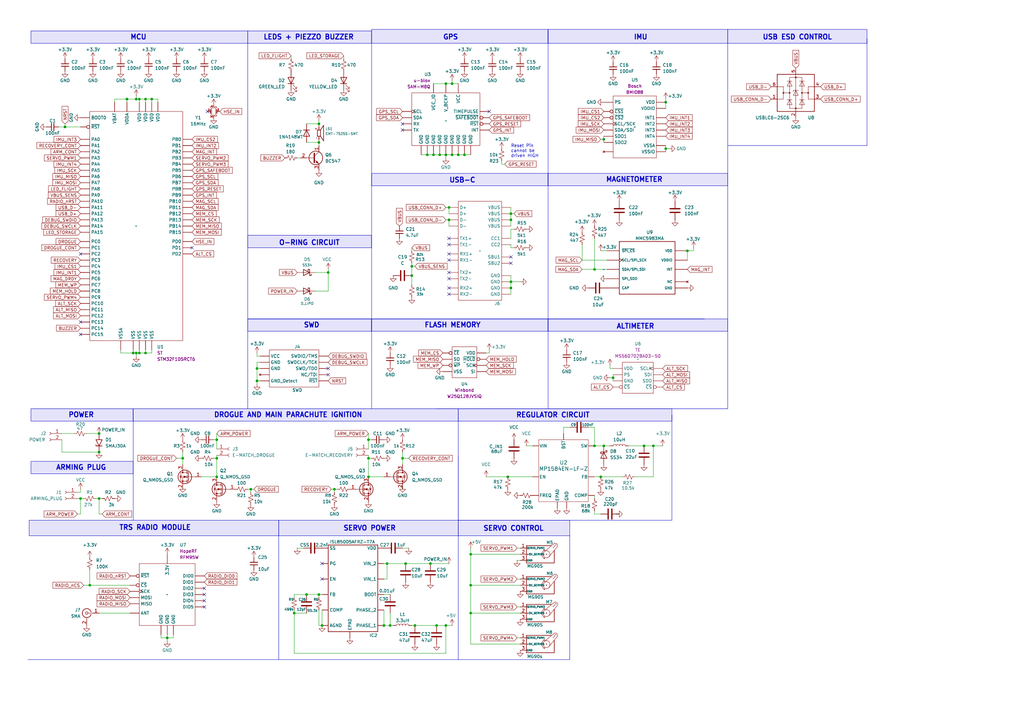
<source format=kicad_sch>
(kicad_sch (version 20250114) (generator "eeschema") (generator_version "9.0")
  (paper "A3")
  (rectangle (start 12.7 167.64) (end 54.61 172.72) (fill (type color) (color 20 0 205 0.11)))
  (rectangle (start 224.79 12.065) (end 298.45 17.78) (fill (type color) (color 20 0 205 0.11)))
  (rectangle (start 101.6 12.7) (end 152.4 17.78) (fill (type color) (color 20 0 205 0.11)))
  (rectangle (start 152.4 71.12) (end 224.79 76.2) (fill (type color) (color 20 0 205 0.11)))
  (rectangle (start 11.938 213.36) (end 114.3 219.71) (fill (type color) (color 20 0 205 0.11)))
  (rectangle (start 12.7 189.23) (end 54.61 194.31) (fill (type color) (color 20 0 205 0.11)))
  (rectangle (start 12.7 12.7) (end 101.6 17.78) (fill (type color) (color 20 0 205 0.11)))
  (rectangle (start 54.61 167.64) (end 187.96 172.72) (fill (type color) (color 20 0 205 0.11)))
  (rectangle (start 152.4 12.065) (end 224.79 17.78) (fill (type color) (color 20 0 205 0.11)))
  (rectangle (start 187.96 167.64) (end 275.59 172.72) (fill (type color) (color 20 0 205 0.11)))
  (rectangle (start 298.45 12.065) (end 355.6 17.78) (fill (type color) (color 20 0 205 0.11)))
  (rectangle (start 187.96 213.36) (end 233.68 219.71) (fill (type color) (color 20 0 205 0.11)))
  (rectangle (start 152.4 130.81) (end 224.79 135.89) (fill (type color) (color 20 0 205 0.11)))
  (rectangle (start 101.6 130.81) (end 152.4 135.89) (fill (type color) (color 20 0 205 0.11)))
  (rectangle (start 224.79 71.12) (end 298.45 76.2) (fill (type color) (color 20 0 205 0.11)))
  (rectangle (start 114.3 213.36) (end 187.96 219.71) (fill (type color) (color 20 0 205 0.11)))
  (rectangle (start 224.79 130.81) (end 298.45 135.89) (fill (type color) (color 20 0 205 0.11)))
  (rectangle (start 101.6 96.52) (end 152.4 101.6) (fill (type color) (color 20 0 205 0.11)))
  (text "POWER" (at 27.94 171.45 0) (effects (font (size 2 2) (thickness 0.4) (bold yes)) (justify left bottom)))
  (text "TRS RADIO MODULE\n" (at 48.768 217.678 0) (effects (font (size 2 2) (thickness 0.4) (bold yes)) (justify left bottom)))
  (text "USB ESD CONTROL" (at 312.674 16.51 0) (effects (font (size 2 2) (thickness 0.4) (bold yes)) (justify left bottom)))
  (text "ARMING PLUG" (at 22.86 193.04 0) (effects (font (size 2 2) (thickness 0.4) (bold yes)) (justify left bottom)))
  (text "SWD" (at 124.46 134.62 0) (effects (font (size 2 2) (thickness 0.4) (bold yes)) (justify left bottom)))
  (text "MCU" (at 53.34 16.51 0) (effects (font (size 2 2) (thickness 0.4) (bold yes)) (justify left bottom)))
  (text "ALTIMETER" (at 252.73 135.128 0) (effects (font (size 2 2) (thickness 0.4) (bold yes)) (justify left bottom)))
  (text "SERVO POWER \n" (at 140.716 217.932 0) (effects (font (size 2 2) (thickness 0.4) (bold yes)) (justify left bottom)))
  (text "Reset Pin\ncannot be\ndriven HIGH" (at 209.55 64.77 0) (effects (font (size 1.27 1.27)) (justify left bottom)))
  (text "O-RING CIRCUIT\n" (at 114.3 100.838 0) (effects (font (size 2 2) (thickness 0.4) (bold yes)) (justify left bottom)))
  (text "GPS" (at 181.61 16.51 0) (effects (font (size 2 2) (thickness 0.4) (bold yes)) (justify left bottom)))
  (text "IMU" (at 259.842 16.51 0) (effects (font (size 2 2) (thickness 0.4) (bold yes)) (justify left bottom)))
  (text "MAGNETOMETER" (at 248.412 74.93 0) (effects (font (size 2 2) (thickness 0.4) (bold yes)) (justify left bottom)))
  (text "FLASH MEMORY" (at 173.99 134.62 0) (effects (font (size 2 2) (thickness 0.4) (bold yes)) (justify left bottom)))
  (text "SERVO CONTROL\n \n" (at 198.12 221.234 0) (effects (font (size 2 2) (thickness 0.4) (bold yes)) (justify left bottom)))
  (text "USB-C" (at 184.15 75.184 0) (effects (font (size 2 2) (thickness 0.4) (bold yes)) (justify left bottom)))
  (text "LEDS + PIEZZO BUZZER" (at 107.95 16.51 0) (effects (font (size 2 2) (thickness 0.4) (bold yes)) (justify left bottom)))
  (text "DROGUE AND MAIN PARACHUTE IGNITION" (at 87.63 171.45 0) (effects (font (size 2 2) (thickness 0.4) (bold yes)) (justify left bottom)))
  (text "REGULATOR CIRCUIT\n\n" (at 211.582 174.752 0) (effects (font (size 2 2) (thickness 0.4) (bold yes)) (justify left bottom)))
  (junction (at 243.84 110.49))
  (junction (at 182.88 34.29))
  (junction (at 88.9 187.96))
  (junction (at 40.64 204.47))
  (junction (at 157.48 256.54))
  (junction (at 125.73 243.84))
  (junction (at 59.69 144.78))
  (junction (at 68.58 261.62))
  (junction (at 247.65 57.15))
  (junction (at 273.05 60.96))
  (junction (at 54.61 144.78))
  (junction (at 180.34 63.5))
  (junction (at 182.88 63.5))
  (junction (at 57.15 40.64))
  (junction (at 33.02 204.47))
  (junction (at 175.26 63.5))
  (junction (at 193.04 227.33))
  (junction (at 52.07 40.64))
  (junction (at 105.41 151.13))
  (junction (at 193.04 251.46))
  (junction (at 170.18 256.54))
  (junction (at 193.04 240.03))
  (junction (at 151.13 180.34))
  (junction (at 74.93 187.96))
  (junction (at 281.94 102.87))
  (junction (at 130.81 50.8))
  (junction (at 168.91 109.22))
  (junction (at 264.16 182.88))
  (junction (at 137.16 200.66))
  (junction (at 209.55 118.11))
  (junction (at 88.9 195.58))
  (junction (at 151.13 195.58))
  (junction (at 59.69 40.64))
  (junction (at 243.84 182.88))
  (junction (at 132.08 256.54))
  (junction (at 130.81 58.42))
  (junction (at 273.05 41.91))
  (junction (at 36.83 240.03))
  (junction (at 26.67 52.07))
  (junction (at 166.37 231.14))
  (junction (at 57.15 144.78))
  (junction (at 160.02 256.54))
  (junction (at 168.91 113.03))
  (junction (at 182.88 256.54))
  (junction (at 209.55 115.57))
  (junction (at 55.88 144.78))
  (junction (at 190.5 63.5))
  (junction (at 209.55 87.63))
  (junction (at 187.96 63.5))
  (junction (at 176.53 231.14))
  (junction (at 177.8 63.5))
  (junction (at 184.15 85.09))
  (junction (at 185.42 34.29))
  (junction (at 88.9 180.34))
  (junction (at 208.28 195.58))
  (junction (at 40.64 177.8))
  (junction (at 151.13 187.96))
  (junction (at 130.81 243.84))
  (junction (at 102.87 200.66))
  (junction (at 179.07 256.54))
  (junction (at 105.41 156.21))
  (junction (at 165.1 187.96))
  (junction (at 40.64 185.42))
  (junction (at 251.46 154.94))
  (junction (at 247.65 182.88))
  (junction (at 55.88 40.64))
  (junction (at 246.38 195.58))
  (junction (at 62.23 40.64))
  (junction (at 185.42 63.5))
  (junction (at 267.97 182.88))
  (junction (at 184.15 90.17))
  (junction (at 209.55 90.17))
  (junction (at 120.65 251.46))
  (junction (at 158.75 231.14))
  (junction (at 134.62 111.76))
  (no_connect (at 165.1 53.34))
  (no_connect (at 83.82 241.3))
  (no_connect (at 33.02 104.14))
  (no_connect (at 83.82 246.38))
  (no_connect (at 184.15 104.14))
  (no_connect (at 85.09 45.72))
  (no_connect (at 184.15 118.11))
  (no_connect (at 165.1 50.8))
  (no_connect (at 200.66 45.72))
  (no_connect (at 184.15 100.33))
  (no_connect (at 184.15 106.68))
  (no_connect (at 184.15 97.79))
  (no_connect (at 184.15 120.65))
  (no_connect (at 132.08 231.14))
  (no_connect (at 184.15 114.3))
  (no_connect (at 78.74 101.6))
  (no_connect (at 134.62 151.13))
  (no_connect (at 184.15 111.76))
  (no_connect (at 33.02 137.16))
  (no_connect (at 209.55 105.41))
  (no_connect (at 33.02 132.08))
  (no_connect (at 83.82 243.84))
  (no_connect (at 83.82 248.92))
  (no_connect (at 134.62 153.67))
  (no_connect (at 209.55 107.95))
  (no_connect (at 132.08 237.49))
  (wire (pts (xy 52.07 40.64) (xy 46.99 40.64)))
  (wire (pts (xy 251.46 154.94) (xy 251.46 153.67)))
  (wire (pts (xy 273.05 40.64) (xy 273.05 41.91)))
  (polyline (pts (xy 187.96 187.325) (xy 187.96 213.36)))
  (wire (pts (xy 251.46 151.13) (xy 250.19 151.13)))
  (wire (pts (xy 273.05 60.96) (xy 273.05 62.23)))
  (wire (pts (xy 247.65 55.88) (xy 247.65 57.15)))
  (wire (pts (xy 168.91 256.54) (xy 170.18 256.54)))
  (wire (pts (xy 246.38 195.58) (xy 255.27 195.58)))
  (wire (pts (xy 170.18 256.54) (xy 179.07 256.54)))
  (wire (pts (xy 59.69 144.78) (xy 62.23 144.78)))
  (wire (pts (xy 130.81 256.54) (xy 132.08 256.54)))
  (wire (pts (xy 62.23 144.78) (xy 62.23 143.51)))
  (wire (pts (xy 35.56 177.8) (xy 40.64 177.8)))
  (wire (pts (xy 68.58 261.62) (xy 68.58 262.89)))
  (wire (pts (xy 193.04 251.46) (xy 193.04 264.16)))
  (polyline (pts (xy 355.6 15.875) (xy 355.6 59.69)))
  (wire (pts (xy 40.64 204.47) (xy 40.64 210.82)))
  (wire (pts (xy 31.75 204.47) (xy 33.02 204.47)))
  (wire (pts (xy 209.55 118.11) (xy 209.55 120.65)))
  (wire (pts (xy 209.55 113.03) (xy 209.55 115.57)))
  (wire (pts (xy 120.65 243.84) (xy 125.73 243.84)))
  (wire (pts (xy 40.64 204.47) (xy 41.91 204.47)))
  (wire (pts (xy 199.39 144.78) (xy 200.66 144.78)))
  (wire (pts (xy 55.88 144.78) (xy 55.88 146.05)))
  (wire (pts (xy 66.04 260.35) (xy 66.04 261.62)))
  (polyline (pts (xy 179.07 167.64) (xy 298.45 167.64)))
  (wire (pts (xy 187.96 63.5) (xy 190.5 63.5)))
  (wire (pts (xy 57.15 40.64) (xy 55.88 40.64)))
  (wire (pts (xy 184.15 90.17) (xy 184.15 92.71)))
  (wire (pts (xy 179.07 256.54) (xy 182.88 256.54)))
  (wire (pts (xy 241.3 175.26) (xy 243.84 175.26)))
  (wire (pts (xy 82.55 195.58) (xy 88.9 195.58)))
  (wire (pts (xy 33.02 200.66) (xy 33.02 201.93)))
  (wire (pts (xy 140.97 22.86) (xy 140.97 24.13)))
  (wire (pts (xy 105.41 146.05) (xy 105.41 144.78)))
  (wire (pts (xy 254 210.82) (xy 252.73 210.82)))
  (wire (pts (xy 74.93 185.42) (xy 74.93 187.96)))
  (wire (pts (xy 151.13 177.8) (xy 151.13 180.34)))
  (wire (pts (xy 209.55 115.57) (xy 213.36 115.57)))
  (wire (pts (xy 151.13 187.96) (xy 151.13 195.58)))
  (polyline (pts (xy 187.96 167.64) (xy 187.96 181.61)))
  (wire (pts (xy 209.55 87.63) (xy 210.82 87.63)))
  (wire (pts (xy 87.63 187.96) (xy 88.9 187.96)))
  (wire (pts (xy 193.04 240.03) (xy 213.36 240.03)))
  (wire (pts (xy 247.65 57.15) (xy 247.65 58.42)))
  (wire (pts (xy 151.13 180.34) (xy 151.13 184.15)))
  (wire (pts (xy 213.36 229.87) (xy 212.09 229.87)))
  (wire (pts (xy 184.15 85.09) (xy 184.15 87.63)))
  (wire (pts (xy 54.61 144.78) (xy 55.88 144.78)))
  (wire (pts (xy 152.4 180.34) (xy 151.13 180.34)))
  (wire (pts (xy 59.69 40.64) (xy 57.15 40.64)))
  (wire (pts (xy 273.05 60.96) (xy 274.32 60.96)))
  (wire (pts (xy 175.26 63.5) (xy 177.8 63.5)))
  (polyline (pts (xy 355.6 59.69) (xy 298.45 59.69)))
  (polyline (pts (xy 187.96 181.61) (xy 187.96 213.36)))
  (wire (pts (xy 212.09 237.49) (xy 213.36 237.49)))
  (wire (pts (xy 205.74 66.04) (xy 205.74 67.31)))
  (wire (pts (xy 193.04 264.16) (xy 213.36 264.16)))
  (wire (pts (xy 165.1 185.42) (xy 165.1 187.96)))
  (wire (pts (xy 182.88 85.09) (xy 184.15 85.09)))
  (wire (pts (xy 40.64 210.82) (xy 41.91 210.82)))
  (wire (pts (xy 120.65 251.46) (xy 120.65 267.97)))
  (wire (pts (xy 209.55 115.57) (xy 209.55 118.11)))
  (wire (pts (xy 182.88 90.17) (xy 184.15 90.17)))
  (wire (pts (xy 158.75 231.14) (xy 166.37 231.14)))
  (wire (pts (xy 212.09 248.92) (xy 213.36 248.92)))
  (wire (pts (xy 185.42 63.5) (xy 187.96 63.5)))
  (wire (pts (xy 284.48 101.6) (xy 284.48 102.87)))
  (wire (pts (xy 168.91 109.22) (xy 168.91 113.03)))
  (wire (pts (xy 165.1 200.66) (xy 165.1 199.39)))
  (wire (pts (xy 33.02 204.47) (xy 34.29 204.47)))
  (wire (pts (xy 168.91 113.03) (xy 168.91 116.84)))
  (wire (pts (xy 165.1 187.96) (xy 165.1 190.5)))
  (wire (pts (xy 152.4 187.96) (xy 151.13 187.96)))
  (wire (pts (xy 54.61 143.51) (xy 54.61 144.78)))
  (wire (pts (xy 134.62 111.76) (xy 134.62 119.38)))
  (wire (pts (xy 130.81 250.19) (xy 130.81 256.54)))
  (wire (pts (xy 209.55 87.63) (xy 209.55 90.17)))
  (wire (pts (xy 200.66 144.78) (xy 200.66 143.51)))
  (polyline (pts (xy 101.6 17.78) (xy 101.6 167.64)))
  (wire (pts (xy 36.83 233.68) (xy 36.83 240.03)))
  (wire (pts (xy 24.13 52.07) (xy 26.67 52.07)))
  (wire (pts (xy 170.18 109.22) (xy 168.91 109.22)))
  (wire (pts (xy 168.91 102.87) (xy 168.91 101.6)))
  (wire (pts (xy 36.83 240.03) (xy 53.34 240.03)))
  (wire (pts (xy 267.97 182.88) (xy 271.78 182.88)))
  (wire (pts (xy 238.76 110.49) (xy 243.84 110.49)))
  (wire (pts (xy 168.91 107.95) (xy 168.91 109.22)))
  (wire (pts (xy 243.84 110.49) (xy 248.92 110.49)))
  (polyline (pts (xy 114.3 213.36) (xy 114.3 270.51)))
  (wire (pts (xy 199.39 195.58) (xy 208.28 195.58)))
  (wire (pts (xy 182.88 256.54) (xy 185.42 256.54)))
  (wire (pts (xy 231.14 175.26) (xy 231.14 177.8)))
  (wire (pts (xy 243.84 209.55) (xy 243.84 210.82)))
  (polyline (pts (xy 224.79 12.7) (xy 224.79 167.64)))
  (wire (pts (xy 158.75 231.14) (xy 158.75 237.49)))
  (wire (pts (xy 185.42 34.29) (xy 187.96 34.29)))
  (wire (pts (xy 247.65 182.88) (xy 250.19 182.88)))
  (wire (pts (xy 59.69 143.51) (xy 59.69 144.78)))
  (wire (pts (xy 25.4 177.8) (xy 30.48 177.8)))
  (wire (pts (xy 273.05 59.69) (xy 273.05 60.96)))
  (polyline (pts (xy 11.43 270.51) (xy 187.96 270.51)))
  (wire (pts (xy 55.88 40.64) (xy 52.07 40.64)))
  (polyline (pts (xy 275.59 170.18) (xy 275.59 213.36)))
  (wire (pts (xy 106.68 146.05) (xy 105.41 146.05)))
  (wire (pts (xy 120.65 243.84) (xy 120.65 245.11)))
  (wire (pts (xy 49.53 144.78) (xy 54.61 144.78)))
  (polyline (pts (xy 54.61 167.64) (xy 54.61 213.36)))
  (wire (pts (xy 120.65 250.19) (xy 120.65 251.46)))
  (wire (pts (xy 59.69 40.64) (xy 59.69 41.91)))
  (wire (pts (xy 68.58 261.62) (xy 71.12 261.62)))
  (wire (pts (xy 105.41 151.13) (xy 106.68 151.13)))
  (wire (pts (xy 209.55 93.98) (xy 209.55 97.79)))
  (wire (pts (xy 57.15 144.78) (xy 59.69 144.78)))
  (wire (pts (xy 55.88 144.78) (xy 57.15 144.78)))
  (wire (pts (xy 157.48 195.58) (xy 151.13 195.58)))
  (wire (pts (xy 172.72 63.5) (xy 175.26 63.5)))
  (wire (pts (xy 66.04 261.62) (xy 68.58 261.62)))
  (wire (pts (xy 130.81 243.84) (xy 130.81 245.11)))
  (polyline (pts (xy 146.05 130.81) (xy 288.925 130.81)))
  (wire (pts (xy 212.09 261.62) (xy 213.36 261.62)))
  (wire (pts (xy 190.5 63.5) (xy 193.04 63.5)))
  (wire (pts (xy 250.19 151.13) (xy 250.19 149.86)))
  (wire (pts (xy 119.38 22.86) (xy 119.38 24.13)))
  (wire (pts (xy 102.87 200.66) (xy 104.14 200.66)))
  (wire (pts (xy 55.88 39.37) (xy 55.88 40.64)))
  (wire (pts (xy 193.04 251.46) (xy 213.36 251.46)))
  (polyline (pts (xy 187.96 213.36) (xy 275.59 213.36)))
  (wire (pts (xy 130.81 49.53) (xy 130.81 50.8)))
  (wire (pts (xy 243.84 195.58) (xy 246.38 195.58)))
  (polyline (pts (xy 233.68 219.71) (xy 233.68 270.51)))
  (polyline (pts (xy 152.4 17.78) (xy 152.4 167.64)))
  (wire (pts (xy 177.8 63.5) (xy 180.34 63.5)))
  (wire (pts (xy 243.84 182.88) (xy 247.65 182.88)))
  (wire (pts (xy 64.77 41.91) (xy 64.77 40.64)))
  (wire (pts (xy 26.67 50.8) (xy 26.67 52.07)))
  (wire (pts (xy 49.53 143.51) (xy 49.53 144.78)))
  (wire (pts (xy 88.9 180.34) (xy 88.9 184.15)))
  (wire (pts (xy 34.29 240.03) (xy 36.83 240.03)))
  (polyline (pts (xy 187.96 270.51) (xy 233.68 270.51)))
  (wire (pts (xy 46.99 40.64) (xy 46.99 41.91)))
  (wire (pts (xy 160.02 256.54) (xy 161.29 256.54)))
  (wire (pts (xy 125.73 58.42) (xy 130.81 58.42)))
  (wire (pts (xy 209.55 85.09) (xy 209.55 87.63)))
  (wire (pts (xy 151.13 186.69) (xy 151.13 187.96)))
  (wire (pts (xy 64.77 40.64) (xy 62.23 40.64)))
  (wire (pts (xy 25.4 185.42) (xy 40.64 185.42)))
  (wire (pts (xy 231.14 175.26) (xy 233.68 175.26)))
  (wire (pts (xy 182.88 63.5) (xy 185.42 63.5)))
  (wire (pts (xy 264.16 182.88) (xy 267.97 182.88)))
  (wire (pts (xy 157.48 237.49) (xy 158.75 237.49)))
  (wire (pts (xy 26.67 52.07) (xy 33.02 52.07)))
  (wire (pts (xy 105.41 151.13) (xy 105.41 156.21)))
  (wire (pts (xy 281.94 102.87) (xy 284.48 102.87)))
  (wire (pts (xy 125.73 50.8) (xy 130.81 50.8)))
  (wire (pts (xy 121.92 64.77) (xy 123.19 64.77)))
  (wire (pts (xy 88.9 186.69) (xy 88.9 187.96)))
  (wire (pts (xy 193.04 227.33) (xy 213.36 227.33)))
  (wire (pts (xy 238.76 100.33) (xy 238.76 106.68)))
  (wire (pts (xy 129.54 119.38) (xy 134.62 119.38)))
  (wire (pts (xy 205.74 67.31) (xy 207.01 67.31)))
  (wire (pts (xy 137.16 200.66) (xy 137.16 201.93)))
  (wire (pts (xy 157.48 256.54) (xy 160.02 256.54)))
  (wire (pts (xy 273.05 41.91) (xy 273.05 44.45)))
  (wire (pts (xy 88.9 187.96) (xy 88.9 195.58)))
  (wire (pts (xy 209.55 101.6) (xy 209.55 100.33)))
  (wire (pts (xy 166.37 231.14) (xy 176.53 231.14)))
  (wire (pts (xy 25.4 180.34) (xy 25.4 185.42)))
  (wire (pts (xy 243.84 210.82) (xy 246.38 210.82)))
  (wire (pts (xy 257.81 182.88) (xy 264.16 182.88)))
  (wire (pts (xy 215.9 182.88) (xy 218.44 182.88)))
  (wire (pts (xy 180.34 63.5) (xy 182.88 63.5)))
  (wire (pts (xy 120.65 267.97) (xy 182.88 267.97)))
  (wire (pts (xy 182.88 34.29) (xy 185.42 34.29)))
  (wire (pts (xy 193.04 227.33) (xy 193.04 224.79)))
  (wire (pts (xy 209.55 101.6) (xy 210.82 101.6)))
  (wire (pts (xy 243.84 175.26) (xy 243.84 182.88)))
  (wire (pts (xy 101.6 200.66) (xy 102.87 200.66)))
  (wire (pts (xy 57.15 143.51) (xy 57.15 144.78)))
  (wire (pts (xy 267.97 182.88) (xy 267.97 195.58)))
  (wire (pts (xy 185.42 34.29) (xy 185.42 33.02)))
  (wire (pts (xy 102.87 200.66) (xy 102.87 201.93)))
  (wire (pts (xy 243.84 97.79) (xy 243.84 110.49)))
  (wire (pts (xy 74.93 200.66) (xy 74.93 199.39)))
  (wire (pts (xy 251.46 154.94) (xy 250.19 154.94)))
  (wire (pts (xy 209.55 90.17) (xy 209.55 92.71)))
  (wire (pts (xy 246.38 102.87) (xy 248.92 102.87)))
  (wire (pts (xy 182.88 256.54) (xy 182.88 267.97)))
  (wire (pts (xy 68.58 260.35) (xy 68.58 261.62)))
  (wire (pts (xy 130.81 59.69) (xy 130.81 58.42)))
  (wire (pts (xy 243.84 204.47) (xy 243.84 203.2)))
  (wire (pts (xy 106.68 156.21) (xy 105.41 156.21)))
  (wire (pts (xy 132.08 250.19) (xy 132.08 256.54)))
  (wire (pts (xy 33.02 204.47) (xy 33.02 210.82)))
  (wire (pts (xy 57.15 40.64) (xy 57.15 41.91)))
  (wire (pts (xy 135.89 200.66) (xy 137.16 200.66)))
  (polyline (pts (xy 298.45 17.78) (xy 298.45 167.64)))
  (wire (pts (xy 177.8 34.29) (xy 182.88 34.29)))
  (wire (pts (xy 125.73 243.84) (xy 130.81 243.84)))
  (wire (pts (xy 251.46 156.21) (xy 251.46 154.94)))
  (wire (pts (xy 167.64 187.96) (xy 165.1 187.96)))
  (wire (pts (xy 208.28 195.58) (xy 218.44 195.58)))
  (wire (pts (xy 158.75 231.14) (xy 157.48 231.14)))
  (wire (pts (xy 209.55 93.98) (xy 210.82 93.98)))
  (wire (pts (xy 182.88 63.5) (xy 182.88 64.77)))
  (wire (pts (xy 137.16 200.66) (xy 138.43 200.66)))
  (wire (pts (xy 39.37 204.47) (xy 40.64 204.47)))
  (wire (pts (xy 74.93 187.96) (xy 74.93 190.5)))
  (wire (pts (xy 134.62 110.49) (xy 134.62 111.76)))
  (wire (pts (xy 87.63 180.34) (xy 88.9 180.34)))
  (wire (pts (xy 193.04 227.33) (xy 193.04 240.03)))
  (wire (pts (xy 160.02 251.46) (xy 160.02 256.54)))
  (wire (pts (xy 212.09 224.79) (xy 213.36 224.79)))
  (wire (pts (xy 40.64 251.46) (xy 53.34 251.46)))
  (wire (pts (xy 246.38 57.15) (xy 247.65 57.15)))
  (polyline (pts (xy 187.96 213.36) (xy 187.96 270.51)))
  (wire (pts (xy 260.35 195.58) (xy 267.97 195.58)))
  (wire (pts (xy 62.23 40.64) (xy 59.69 40.64)))
  (wire (pts (xy 281.94 102.87) (xy 281.94 106.68)))
  (wire (pts (xy 71.12 261.62) (xy 71.12 260.35)))
  (wire (pts (xy 129.54 111.76) (xy 134.62 111.76)))
  (wire (pts (xy 167.64 224.79) (xy 165.1 224.79)))
  (wire (pts (xy 33.02 210.82) (xy 31.75 210.82)))
  (wire (pts (xy 184.15 231.14) (xy 176.53 231.14)))
  (wire (pts (xy 33.02 201.93) (xy 31.75 201.93)))
  (wire (pts (xy 105.41 148.59) (xy 105.41 151.13)))
  (wire (pts (xy 105.41 156.21) (xy 105.41 157.48)))
  (wire (pts (xy 106.68 148.59) (xy 105.41 148.59)))
  (wire (pts (xy 130.81 243.84) (xy 132.08 243.84)))
  (wire (pts (xy 238.76 106.68) (xy 248.92 106.68)))
  (wire (pts (xy 157.48 243.84) (xy 160.02 243.84)))
  (wire (pts (xy 193.04 240.03) (xy 193.04 251.46)))
  (polyline (pts (xy 101.6 130.81) (xy 146.05 130.81)))
  (wire (pts (xy 72.39 187.96) (xy 74.93 187.96)))
  (wire (pts (xy 88.9 177.8) (xy 88.9 180.34)))
  (wire (pts (xy 62.23 40.64) (xy 62.23 41.91)))
  (wire (pts (xy 157.48 250.19) (xy 157.48 256.54)))
  (wire (pts (xy 121.92 224.79) (xy 124.46 224.79)))
  (wire (pts (xy 52.07 40.64) (xy 52.07 41.91)))
  (wire (pts (xy 120.65 251.46) (xy 125.73 251.46)))
  (global_label "MEM_CS" (shape input) (at 181.61 144.78 180) (property "Intersheetrefs" "${INTERSHEET_REFS}" (effects (hide yes))))
  (global_label "USB_CONN_D-" (shape input) (at 182.88 90.17 180) (property "Intersheetrefs" "${INTERSHEET_REFS}" (effects (hide yes))))
  (global_label "GPS_SAFEBOOT" (shape input) (at 200.66 48.26 0) (property "Intersheetrefs" "${INTERSHEET_REFS}" (effects (hide yes))))
  (global_label "RADIO_MOSI" (shape input) (at 53.34 245.11 180) (property "Intersheetrefs" "${INTERSHEET_REFS}" (effects (hide yes))))
  (global_label "DROGUE_CONT" (shape input) (at 33.02 101.6 180) (property "Intersheetrefs" "${INTERSHEET_REFS}" (effects (hide yes))))
  (global_label "SERVO_PWM1" (shape input) (at 212.09 224.79 180) (property "Intersheetrefs" "${INTERSHEET_REFS}" (effects (hide yes))))
  (global_label "DEBUG_SWDIO" (shape input) (at 33.02 90.17 180) (property "Intersheetrefs" "${INTERSHEET_REFS}" (effects (hide yes))))
  (global_label "ALT_MISO" (shape input) (at 271.78 156.21 0) (property "Intersheetrefs" "${INTERSHEET_REFS}" (effects (hide yes))))
  (global_label "RECOVERY_CONT" (shape input) (at 167.64 187.96 0) (property "Intersheetrefs" "${INTERSHEET_REFS}" (effects (hide yes))))
  (global_label "RECOVERY" (shape input) (at 135.89 200.66 180) (property "Intersheetrefs" "${INTERSHEET_REFS}" (effects (hide yes))))
  (global_label "IMU_INT2" (shape input) (at 273.05 50.8 0) (property "Intersheetrefs" "${INTERSHEET_REFS}" (effects (hide yes))))
  (global_label "BUZZER" (shape input) (at 33.02 134.62 180) (property "Intersheetrefs" "${INTERSHEET_REFS}" (effects (hide yes))))
  (global_label "ALT_CS" (shape input) (at 271.78 158.75 0) (property "Intersheetrefs" "${INTERSHEET_REFS}" (effects (hide yes))))
  (global_label "SERVO_PWM3" (shape input) (at 78.74 67.31 0) (property "Intersheetrefs" "${INTERSHEET_REFS}" (effects (hide yes))))
  (global_label "SERVO_PWM4" (shape input) (at 33.02 121.92 180) (property "Intersheetrefs" "${INTERSHEET_REFS}" (effects (hide yes))))
  (global_label "RECOVERY" (shape input) (at 33.02 106.68 180) (property "Intersheetrefs" "${INTERSHEET_REFS}" (effects (hide yes))))
  (global_label "ARM_POWER" (shape input) (at 151.13 177.8 180) (property "Intersheetrefs" "${INTERSHEET_REFS}" (effects (hide yes))))
  (global_label "IMU_INT4" (shape input) (at 273.05 55.88 0) (property "Intersheetrefs" "${INTERSHEET_REFS}" (effects (hide yes))))
  (global_label "DEBUG_SWCLK" (shape input) (at 134.62 148.59 0) (property "Intersheetrefs" "${INTERSHEET_REFS}" (effects (hide yes))))
  (global_label "MAG_SDA" (shape input) (at 238.76 110.49 180) (property "Intersheetrefs" "${INTERSHEET_REFS}" (effects (hide yes))))
  (global_label "NRST" (shape input) (at 26.67 50.8 90) (property "Intersheetrefs" "${INTERSHEET_REFS}" (effects (hide yes))))
  (global_label "RADIO_nRST" (shape input) (at 33.02 82.55 180) (property "Intersheetrefs" "${INTERSHEET_REFS}" (effects (hide yes))))
  (global_label "VBUS" (shape input) (at 121.92 111.76 180) (property "Intersheetrefs" "${INTERSHEET_REFS}" (effects (hide yes))))
  (global_label "LED_STORAGE" (shape input) (at 140.97 22.86 180) (property "Intersheetrefs" "${INTERSHEET_REFS}" (effects (hide yes))))
  (global_label "IMU_CS1" (shape input) (at 247.65 45.72 180) (property "Intersheetrefs" "${INTERSHEET_REFS}" (effects (hide yes))))
  (global_label "POWER_IN" (shape input) (at 121.92 119.38 180) (property "Intersheetrefs" "${INTERSHEET_REFS}" (effects (hide yes))))
  (global_label "GPS_SCL" (shape input) (at 165.1 45.72 180) (property "Intersheetrefs" "${INTERSHEET_REFS}" (effects (hide yes))))
  (global_label "USB_D-" (shape input) (at 33.02 85.09 180) (property "Intersheetrefs" "${INTERSHEET_REFS}" (effects (hide yes))))
  (global_label "GPS_SDA" (shape input) (at 165.1 48.26 180) (property "Intersheetrefs" "${INTERSHEET_REFS}" (effects (hide yes))))
  (global_label "MEM_SCK" (shape input) (at 199.39 149.86 0) (property "Intersheetrefs" "${INTERSHEET_REFS}" (effects (hide yes))))
  (global_label "SERVO_PWM3" (shape input) (at 212.09 248.92 180) (property "Intersheetrefs" "${INTERSHEET_REFS}" (effects (hide yes))))
  (global_label "MAG_INT" (shape input) (at 78.74 62.23 0) (property "Intersheetrefs" "${INTERSHEET_REFS}" (effects (hide yes))))
  (global_label "LED_FLIGHT" (shape input) (at 119.38 22.86 180) (property "Intersheetrefs" "${INTERSHEET_REFS}" (effects (hide yes))))
  (global_label "HSE_IN" (shape input) (at 78.74 99.06 0) (property "Intersheetrefs" "${INTERSHEET_REFS}" (effects (hide yes))))
  (global_label "LED_FLIGHT" (shape input) (at 33.02 77.47 180) (property "Intersheetrefs" "${INTERSHEET_REFS}" (effects (hide yes))))
  (global_label "MEM_MISO" (shape input) (at 78.74 92.71 0) (property "Intersheetrefs" "${INTERSHEET_REFS}" (effects (hide yes))))
  (global_label "GPS_INT" (shape input) (at 200.66 53.34 0) (property "Intersheetrefs" "${INTERSHEET_REFS}" (effects (hide yes))))
  (global_label "MEM_MISO" (shape input) (at 181.61 147.32 180) (property "Intersheetrefs" "${INTERSHEET_REFS}" (effects (hide yes))))
  (global_label "USB_CONN_D+" (shape input) (at 336.55 40.64 0) (property "Intersheetrefs" "${INTERSHEET_REFS}" (effects (hide yes))))
  (global_label "MAG_SCL" (shape input) (at 238.76 106.68 180) (property "Intersheetrefs" "${INTERSHEET_REFS}" (effects (hide yes))))
  (global_label "VBUS_SENS" (shape input) (at 33.02 80.01 180) (property "Intersheetrefs" "${INTERSHEET_REFS}" (effects (hide yes))))
  (global_label "MEM_MOSI" (shape input) (at 199.39 152.4 0) (property "Intersheetrefs" "${INTERSHEET_REFS}" (effects (hide yes))))
  (global_label "ALT_CS" (shape input) (at 78.74 104.14 0) (property "Intersheetrefs" "${INTERSHEET_REFS}" (effects (hide yes))))
  (global_label "VBUS" (shape input) (at 163.83 92.71 90) (property "Intersheetrefs" "${INTERSHEET_REFS}" (effects (hide yes))))
  (global_label "GPS_RESET" (shape input) (at 207.01 67.31 0) (property "Intersheetrefs" "${INTERSHEET_REFS}" (effects (hide yes))))
  (global_label "MAG_DRDY" (shape input) (at 33.02 114.3 180) (property "Intersheetrefs" "${INTERSHEET_REFS}" (effects (hide yes))))
  (global_label "SERVO_PWM2" (shape input) (at 212.09 237.49 180) (property "Intersheetrefs" "${INTERSHEET_REFS}" (effects (hide yes))))
  (global_label "IMU_CS2" (shape input) (at 78.74 57.15 0) (property "Intersheetrefs" "${INTERSHEET_REFS}" (effects (hide yes))))
  (global_label "VBUS" (shape input) (at 326.39 27.94 90) (property "Intersheetrefs" "${INTERSHEET_REFS}" (effects (hide yes))))
  (global_label "ALT_CS" (shape input) (at 251.46 158.75 180) (property "Intersheetrefs" "${INTERSHEET_REFS}" (effects (hide yes))))
  (global_label "IMU_MOSI" (shape input) (at 33.02 74.93 180) (property "Intersheetrefs" "${INTERSHEET_REFS}" (effects (hide yes))))
  (global_label "MEM_WP" (shape input) (at 181.61 149.86 180) (property "Intersheetrefs" "${INTERSHEET_REFS}" (effects (hide yes))))
  (global_label "RADIO_DIO1" (shape input) (at 83.82 238.76 0) (property "Intersheetrefs" "${INTERSHEET_REFS}" (effects (hide yes))))
  (global_label "ARM_POWER" (shape input) (at 31.75 210.82 180) (property "Intersheetrefs" "${INTERSHEET_REFS}" (effects (hide yes))))
  (global_label "IMU_INT3" (shape input) (at 273.05 53.34 0) (property "Intersheetrefs" "${INTERSHEET_REFS}" (effects (hide yes))))
  (global_label "DROGUE" (shape input) (at 33.02 99.06 180) (property "Intersheetrefs" "${INTERSHEET_REFS}" (effects (hide yes))))
  (global_label "IMU_INT2" (shape input) (at 78.74 59.69 0) (property "Intersheetrefs" "${INTERSHEET_REFS}" (effects (hide yes))))
  (global_label "NRST" (shape input) (at 134.62 156.21 0) (property "Intersheetrefs" "${INTERSHEET_REFS}" (effects (hide yes))))
  (global_label "ARM_CONT" (shape input) (at 33.02 62.23 180) (property "Intersheetrefs" "${INTERSHEET_REFS}" (effects (hide yes))))
  (global_label "GPS_SDA" (shape input) (at 78.74 74.93 0) (property "Intersheetrefs" "${INTERSHEET_REFS}" (effects (hide yes))))
  (global_label "DEBUG_SWCLK" (shape input) (at 33.02 92.71 180) (property "Intersheetrefs" "${INTERSHEET_REFS}" (effects (hide yes))))
  (global_label "USB_D+" (shape input) (at 336.55 35.56 0) (property "Intersheetrefs" "${INTERSHEET_REFS}" (effects (hide yes))))
  (global_label "SERVO_PWM2" (shape input) (at 78.74 64.77 0) (property "Intersheetrefs" "${INTERSHEET_REFS}" (effects (hide yes))))
  (global_label "MEM_CS" (shape input) (at 78.74 87.63 0) (property "Intersheetrefs" "${INTERSHEET_REFS}" (effects (hide yes))))
  (global_label "IMU_INT1" (shape input) (at 33.02 111.76 180) (property "Intersheetrefs" "${INTERSHEET_REFS}" (effects (hide yes))))
  (global_label "MEM_HOLD" (shape input) (at 33.02 119.38 180) (property "Intersheetrefs" "${INTERSHEET_REFS}" (effects (hide yes))))
  (global_label "GPS_INT" (shape input) (at 78.74 80.01 0) (property "Intersheetrefs" "${INTERSHEET_REFS}" (effects (hide yes))))
  (global_label "MAG_INT" (shape input) (at 281.94 110.49 0) (property "Intersheetrefs" "${INTERSHEET_REFS}" (effects (hide yes))))
  (global_label "HSE_IN" (shape input) (at 90.17 45.72 0) (property "Intersheetrefs" "${INTERSHEET_REFS}" (effects (hide yes))))
  (global_label "ALT_MOSI" (shape input) (at 271.78 153.67 0) (property "Intersheetrefs" "${INTERSHEET_REFS}" (effects (hide yes))))
  (global_label "IMU_CS1" (shape input) (at 33.02 109.22 180) (property "Intersheetrefs" "${INTERSHEET_REFS}" (effects (hide yes))))
  (global_label "ARM_CONT" (shape input) (at 41.91 210.82 0) (property "Intersheetrefs" "${INTERSHEET_REFS}" (effects (hide yes))))
  (global_label "IMU_MOSI" (shape input) (at 247.65 53.34 180) (property "Intersheetrefs" "${INTERSHEET_REFS}" (effects (hide yes))))
  (global_label "BUZZER" (shape input) (at 116.84 64.77 180) (property "Intersheetrefs" "${INTERSHEET_REFS}" (effects (hide yes))))
  (global_label "DROGUE" (shape input) (at 104.14 200.66 0) (property "Intersheetrefs" "${INTERSHEET_REFS}" (effects (hide yes))))
  (global_label "SERVO_PWM4" (shape input) (at 212.09 261.62 180) (property "Intersheetrefs" "${INTERSHEET_REFS}" (effects (hide yes))))
  (global_label "RADIO_DIO0" (shape input) (at 83.82 236.22 0) (property "Intersheetrefs" "${INTERSHEET_REFS}" (effects (hide yes))))
  (global_label "IMU_INT4" (shape input) (at 33.02 67.31 180) (property "Intersheetrefs" "${INTERSHEET_REFS}" (effects (hide yes))))
  (global_label "VBUS" (shape input) (at 210.82 87.63 0) (property "Intersheetrefs" "${INTERSHEET_REFS}" (effects (hide yes))))
  (global_label "MEM_WP" (shape input) (at 33.02 116.84 180) (property "Intersheetrefs" "${INTERSHEET_REFS}" (effects (hide yes))))
  (global_label "IMU_INT3" (shape input) (at 33.02 57.15 180) (property "Intersheetrefs" "${INTERSHEET_REFS}" (effects (hide yes))))
  (global_label "DEBUG_SWDIO" (shape input) (at 134.62 146.05 0) (property "Intersheetrefs" "${INTERSHEET_REFS}" (effects (hide yes))))
  (global_label "MEM_MOSI" (shape input) (at 78.74 95.25 0) (property "Intersheetrefs" "${INTERSHEET_REFS}" (effects (hide yes))))
  (global_label "USB_D-" (shape input) (at 316.23 35.56 180) (property "Intersheetrefs" "${INTERSHEET_REFS}" (effects (hide yes))))
  (global_label "USB_CONN_D-" (shape input) (at 316.23 40.64 180) (property "Intersheetrefs" "${INTERSHEET_REFS}" (effects (hide yes))))
  (global_label "RADIO_MISO" (shape input) (at 53.34 247.65 180) (property "Intersheetrefs" "${INTERSHEET_REFS}" (effects (hide yes))))
  (global_label "RECOVERY_CONT" (shape input) (at 33.02 59.69 180) (property "Intersheetrefs" "${INTERSHEET_REFS}" (effects (hide yes))))
  (global_label "DROGUE_CONT" (shape input) (at 72.39 187.96 180) (property "Intersheetrefs" "${INTERSHEET_REFS}" (effects (hide yes))))
  (global_label "VBUS" (shape input) (at 168.91 101.6 0) (property "Intersheetrefs" "${INTERSHEET_REFS}" (effects (hide yes))))
  (global_label "IMU_MISO" (shape input) (at 33.02 72.39 180) (property "Intersheetrefs" "${INTERSHEET_REFS}" (effects (hide yes))))
  (global_label "USB_D+" (shape input) (at 33.02 87.63 180) (property "Intersheetrefs" "${INTERSHEET_REFS}" (effects (hide yes))))
  (global_label "RADIO_nCS" (shape input) (at 34.29 240.03 180) (property "Intersheetrefs" "${INTERSHEET_REFS}" (effects (hide yes))))
  (global_label "IMU_INT1" (shape input) (at 273.05 48.26 0) (property "Intersheetrefs" "${INTERSHEET_REFS}" (effects (hide yes))))
  (global_label "ALT_SCK" (shape input) (at 271.78 151.13 0) (property "Intersheetrefs" "${INTERSHEET_REFS}" (effects (hide yes))))
  (global_label "ARM_POWER" (shape input) (at 88.9 177.8 0) (property "Intersheetrefs" "${INTERSHEET_REFS}" (effects (hide yes))))
  (global_label "GPS_RESET" (shape input) (at 200.66 50.8 0) (property "Intersheetrefs" "${INTERSHEET_REFS}" (effects (hide yes))))
  (global_label "IMU_SCK" (shape input) (at 247.65 50.8 180) (property "Intersheetrefs" "${INTERSHEET_REFS}" (effects (hide yes))))
  (global_label "MEM_HOLD" (shape input) (at 199.39 147.32 0) (property "Intersheetrefs" "${INTERSHEET_REFS}" (effects (hide yes))))
  (global_label "GPS_RESET" (shape input) (at 78.74 77.47 0) (property "Intersheetrefs" "${INTERSHEET_REFS}" (effects (hide yes))))
  (global_label "SERVO_PWM1" (shape input) (at 33.02 64.77 180) (property "Intersheetrefs" "${INTERSHEET_REFS}" (effects (hide yes))))
  (global_label "ALT_MISO" (shape input) (at 33.02 127 180) (property "Intersheetrefs" "${INTERSHEET_REFS}" (effects (hide yes))))
  (global_label "RADIO_SCK" (shape input) (at 53.34 242.57 180) (property "Intersheetrefs" "${INTERSHEET_REFS}" (effects (hide yes))))
  (global_label "VBUS_SENS" (shape input) (at 170.18 109.22 0) (property "Intersheetrefs" "${INTERSHEET_REFS}" (effects (hide yes))))
  (global_label "MEM_SCK" (shape input) (at 78.74 90.17 0) (property "Intersheetrefs" "${INTERSHEET_REFS}" (effects (hide yes))))
  (global_label "IMU_CS2" (shape input) (at 247.65 48.26 180) (property "Intersheetrefs" "${INTERSHEET_REFS}" (effects (hide yes))))
  (global_label "ALT_SCK" (shape input) (at 33.02 124.46 180) (property "Intersheetrefs" "${INTERSHEET_REFS}" (effects (hide yes))))
  (global_label "USB_CONN_D+" (shape input) (at 182.88 85.09 180) (property "Intersheetrefs" "${INTERSHEET_REFS}" (effects (hide yes))))
  (global_label "IMU_MISO" (shape input) (at 246.38 57.15 180) (property "Intersheetrefs" "${INTERSHEET_REFS}" (effects (hide yes))))
  (global_label "LED_STORAGE" (shape input) (at 33.02 95.25 180) (property "Intersheetrefs" "${INTERSHEET_REFS}" (effects (hide yes))))
  (global_label "RADIO_nRST" (shape input) (at 53.34 236.22 180) (property "Intersheetrefs" "${INTERSHEET_REFS}" (effects (hide yes))))
  (global_label "GPS_SCL" (shape input) (at 78.74 72.39 0) (property "Intersheetrefs" "${INTERSHEET_REFS}" (effects (hide yes))))
  (global_label "IMU_SCK" (shape input) (at 33.02 69.85 180) (property "Intersheetrefs" "${INTERSHEET_REFS}" (effects (hide yes))))
  (global_label "MAG_SCL" (shape input) (at 78.74 82.55 0) (property "Intersheetrefs" "${INTERSHEET_REFS}" (effects (hide yes))))
  (global_label "ALT_MOSI" (shape input) (at 33.02 129.54 180) (property "Intersheetrefs" "${INTERSHEET_REFS}" (effects (hide yes))))
  (global_label "GPS_SAFEBOOT" (shape input) (at 78.74 69.85 0) (property "Intersheetrefs" "${INTERSHEET_REFS}" (effects (hide yes))))
  (global_label "MAG_SDA" (shape input) (at 78.74 85.09 0) (property "Intersheetrefs" "${INTERSHEET_REFS}" (effects (hide yes))))
  (symbol (lib_name "GND_12") (lib_id "power:GND") (at 132.08 256.54 0) (unit 1)
    (property "Reference" "#PWR0120" (effects (hide yes)))
    (property "Value" "GND" (effects (hide yes)))
    (property "Description" "Power symbol creates a global label with name \"GND\" , ground" (effects (hide yes)))
  )
  (symbol (lib_name "Motor_Servo_2") (lib_id "Motor:Motor_Servo") (at 220.98 240.03 0) (unit 1)
    (property "Reference" "M6" (at 224.028 235.204 0) (effects (justify left)))
    (property "Value" "MG90S" (at 216.408 244.856 0) (effects (justify left)))
    (property "Datasheet" "http://forums.parallax.com/uploads/attachments/46831/74481.png" (effects (hide yes)))
    (property "Description" "Servo Motor (Futaba, HiTec, JR connector)" (effects (hide yes)))
  )
  (symbol (lib_name "MP1584EN-LF-Z_1") (lib_id "2025-08-17_10-37-18:MP1584EN-LF-Z") (at 213.36 185.42 0) (unit 1)
    (property "Reference" "U2" (at 231.14 189.738 0) (effects (font (size 1.524 1.524))))
    (property "Value" "MP1584EN-LF-Z" (at 231.14 192.278 0) (effects (font (size 1.524 1.524))))
    (property "Footprint" "SOIC8E_MPS" (effects (hide yes)))
    (property "Datasheet" "https://www.monolithicpower.com/en/documentview/productdocument/index/version/2/document_type/Datasheet/lang/en/sku/MP1584EN-LF-Z/document_id/204/?srsltid=AfmBOorcwNqxhC07zikLjCDGFXSRCF9zel_FUZa86iMe9-shwJIu1ePi" (effects (hide yes)))
  )
  (symbol (lib_id "Device:R_Small_US") (at 119.38 26.67 0) (unit 1)
    (property "Reference" "R7" (at 114.3 26.67 0) (effects (justify left)))
    (property "Value" "470" (at 120.65 26.67 0) (effects (justify left)))
    (property "Footprint" "Resistor_SMD:R_0603_1608Metric" (effects (hide yes)))
    (property "Manufacturer" "Generic" (effects (hide yes)))
    (property "Part #" "Generic 0603 470 1% Resistor" (effects (hide yes)))
  )
  (symbol (lib_name "GND_6") (lib_id "power:GND") (at 208.28 200.66 0) (unit 1)
    (property "Reference" "#PWR039" (effects (hide yes)))
    (property "Value" "GND" (effects (hide yes)))
    (property "Description" "Power symbol creates a global label with name \"GND\" , ground" (effects (hide yes)))
  )
  (symbol (lib_id "Device:R_Small_US") (at 213.36 101.6 270) (unit 1)
    (property "Reference" "R16" (at 212.09 99.06 90) (effects (justify left)))
    (property "Value" "5k1" (at 212.09 104.14 90) (effects (justify left)))
    (property "Footprint" "Resistor_SMD:R_0603_1608Metric" (effects (hide yes)))
    (property "Manufacturer" "Generic" (effects (hide yes)))
    (property "Part #" "Generic 0603 5.1k 1% Resistor" (effects (hide yes)))
  )
  (symbol (lib_id "Device:R_Small_US") (at 120.65 247.65 0) (unit 1)
    (property "Reference" "R9" (at 118.364 245.872 0) (effects (font (size 1.016 1.016)) (justify left)))
    (property "Value" "499k" (at 116.586 249.936 0) (effects (font (size 1.016 1.016)) (justify left)))
    (property "Description" "Resistor, small US symbol" (effects (hide yes)))
  )
  (symbol (lib_id "power:+3.3V") (at 232.41 143.51 0) (unit 1)
    (property "Reference" "#PWR066" (effects (hide yes)))
    (property "Value" "+3.3V" (at 232.41 139.7 0))
  )
  (symbol (lib_id "power:GND") (at 74.93 199.39 0) (unit 1)
    (property "Reference" "#PWR020" (effects (hide yes)))
    (property "Value" "GND" (at 74.93 203.2 0))
  )
  (symbol (lib_id "Device:C") (at 264.16 186.69 0) (unit 1)
    (property "Reference" "C10" (at 256.54 184.912 0) (effects (justify left)))
    (property "Value" "22uF" (at 256.54 187.452 0) (effects (justify left)))
    (property "Description" "Unpolarized capacitor" (effects (hide yes)))
  )
  (symbol (lib_id "Device:C") (at 128.27 224.79 90) (unit 1)
    (property "Reference" "CSS" (at 124.968 223.52 90))
    (property "Value" "2.2nF" (at 132.08 223.52 90))
    (property "Description" "Unpolarized capacitor" (effects (hide yes)))
  )
  (symbol (lib_id "power:GND") (at 326.39 48.26 0) (unit 1)
    (property "Reference" "#PWR086" (effects (hide yes)))
    (property "Value" "GND" (at 326.39 52.07 0))
  )
  (symbol (lib_id "power:GND") (at 213.36 115.57 90) (unit 1)
    (property "Reference" "#PWR056" (effects (hide yes)))
    (property "Value" "GND" (effects (hide yes)))
  )
  (symbol (lib_id "Device:R_Small_US") (at 74.93 182.88 0) (unit 1)
    (property "Reference" "R3" (at 71.12 182.88 0) (effects (justify left)))
    (property "Value" "1k" (at 76.2 182.88 0) (effects (justify left)))
    (property "Footprint" "Resistor_SMD:R_0603_1608Metric" (effects (hide yes)))
    (property "Manufacturer" "Generic" (effects (hide yes)))
    (property "Part #" "Generic 0603 1k 1% Resistor" (effects (hide yes)))
  )
  (symbol (lib_id "Device:Q_NMOS_GSD") (at 162.56 195.58 0) (unit 1)
    (property "Reference" "Q4" (at 168.91 194.31 0) (effects (justify left)))
    (property "Value" "Q_NMOS_GSD" (at 168.91 196.85 0) (effects (justify left)))
    (property "Footprint" "Package_TO_SOT_SMD:TSOT-23" (effects (hide yes)))
    (property "Datasheet" "https://assets.nexperia.com/documents/data-sheet/PMV30UN2.pdf" (effects (hide yes)))
    (property "Manufacturer" "nexperia" (effects (hide yes)))
    (property "Part #" "PMV30UN2" (effects (hide yes)))
  )
  (symbol (lib_name "GND_16") (lib_id "power:GND") (at 228.6 208.28 0) (unit 1)
    (property "Reference" "#PWR084" (effects (hide yes)))
    (property "Value" "GND" (effects (hide yes)))
    (property "Description" "Power symbol creates a global label with name \"GND\" , ground" (effects (hide yes)))
  )
  (symbol (lib_id "Device:R_Small_US") (at 168.91 105.41 0) (unit 1)
    (property "Reference" "R13" (at 174.244 106.426 0) (effects (justify right)))
    (property "Value" "82k" (at 173.736 104.394 0) (effects (font (size 1.016 1.016)) (justify right)))
    (property "Footprint" "Resistor_SMD:R_0603_1608Metric" (effects (hide yes)))
    (property "Manufacturer" "Generic" (effects (hide yes)))
    (property "Part #" "Generic 0603 33k 1% Resistor" (effects (hide yes)))
  )
  (symbol (lib_id "Device:C_Small") (at 38.1 26.67 0) (unit 1)
    (property "Reference" "C3" (at 40.64 25.4063 0) (effects (justify left)))
    (property "Value" "100nF" (at 40.64 27.9463 0) (effects (justify left)))
    (property "Footprint" "Capacitor_SMD:C_0603_1608Metric" (effects (hide yes)))
    (property "Manufacturer" "Generic" (effects (hide yes)))
    (property "Part #" "Generic 0603 6.3V 100nF X7R MLCC" (effects (hide yes)))
  )
  (symbol (lib_name "GND_18") (lib_id "power:GND") (at 246.38 200.66 0) (unit 1)
    (property "Reference" "#PWR0101" (effects (hide yes)))
    (property "Value" "GND" (effects (hide yes)))
    (property "Description" "Power symbol creates a global label with name \"GND\" , ground" (effects (hide yes)))
  )
  (symbol (lib_name "GND_10") (lib_id "power:GND") (at 121.92 224.79 0) (unit 1)
    (property "Reference" "#PWR0119" (effects (hide yes)))
    (property "Value" "GND" (effects (hide yes)))
    (property "Description" "Power symbol creates a global label with name \"GND\" , ground" (effects (hide yes)))
  )
  (symbol (lib_id "Device:R_Small_US") (at 243.84 207.01 0) (unit 1)
    (property "Reference" "R18" (at 238.252 207.518 0) (effects (justify left)))
    (property "Value" "68k" (at 238.506 209.55 0) (effects (justify left)))
    (property "Description" "Resistor, small US symbol" (effects (hide yes)))
  )
  (symbol (lib_id "Device:R_Small_US") (at 140.97 200.66 90) (unit 1)
    (property "Reference" "R22" (at 140.97 203.2 90))
    (property "Value" "100" (at 140.97 198.12 90))
    (property "Footprint" "Resistor_SMD:R_0603_1608Metric" (effects (hide yes)))
    (property "Manufacturer" "Generic" (effects (hide yes)))
    (property "Part #" "Generic 0603 100 1% Resistor" (effects (hide yes)))
  )
  (symbol (lib_id "power:+3.3V") (at 105.41 144.78 0) (mirror y) (unit 1)
    (property "Reference" "#PWR029" (effects (hide yes)))
    (property "Value" "+3.3V" (at 105.41 140.97 0))
  )
  (symbol (lib_id "power:+3.3V") (at 200.66 143.51 0) (unit 1)
    (property "Reference" "#PWR061" (effects (hide yes)))
    (property "Value" "+3.3V" (at 204.47 142.24 0))
  )
  (symbol (lib_id "Device:C_Small") (at 154.94 180.34 270) (mirror x) (unit 1)
    (property "Reference" "C11" (at 154.94 177.8 90))
    (property "Value" "100nF" (at 154.94 182.88 90))
    (property "Footprint" "Capacitor_SMD:C_0603_1608Metric" (effects (hide yes)))
    (property "Manufacturer" "Generic" (effects (hide yes)))
    (property "Part #" "Generic 0603 6.3V 100nF X7R MLCC" (effects (hide yes)))
  )
  (symbol (lib_id "power:GND") (at 82.55 180.34 270) (unit 1)
    (property "Reference" "#PWR021" (effects (hide yes)))
    (property "Value" "GND" (at 80.01 177.8 90))
  )
  (symbol (lib_name "GND_4") (lib_id "power:GND") (at 241.3 118.11 270) (unit 1)
    (property "Reference" "#PWR0100" (effects (hide yes)))
    (property "Value" "GND" (at 237.49 118.1099 90) (effects (justify right)))
    (property "Description" "Power symbol creates a global label with name \"GND\" , ground" (effects (hide yes)))
  )
  (symbol (lib_name "GND_13") (lib_id "power:GND") (at 167.64 224.79 0) (unit 1)
    (property "Reference" "#PWR075" (effects (hide yes)))
    (property "Value" "GND" (effects (hide yes)))
    (property "Description" "Power symbol creates a global label with name \"GND\" , ground" (effects (hide yes)))
  )
  (symbol (lib_id "power:GND") (at 247.65 41.91 270) (mirror x) (unit 1)
    (property "Reference" "#PWR072" (effects (hide yes)))
    (property "Value" "GND" (at 242.57 41.91 90))
  )
  (symbol (lib_name "GND_5") (lib_id "power:GND") (at 248.92 114.3 270) (unit 1)
    (property "Reference" "#PWR099" (effects (hide yes)))
    (property "Value" "~" (at 247.65 110.49 90))
    (property "Description" "Power symbol creates a global label with name \"GND\" , ground" (effects (hide yes)))
  )
  (symbol (lib_id "Device:L") (at 165.1 256.54 90) (unit 1)
    (property "Reference" "L1" (at 165.1 251.968 90))
    (property "Value" "3.3uH" (at 165.1 254.508 90))
    (property "Description" "Inductor" (effects (hide yes)))
  )
  (symbol (lib_name "+3.3V_1") (lib_id "power:+3.3V") (at 254 82.55 0) (unit 1)
    (property "Reference" "#PWR090" (effects (hide yes)))
    (property "Value" "+3.3V" (at 254 78.994 0))
    (property "Description" "Power symbol creates a global label with name \"+3.3V\"" (effects (hide yes)))
  )
  (symbol (lib_id "Device:R_Small_US") (at 205.74 63.5 0) (unit 1)
    (property "Reference" "R23" (at 200.66 66.04 0) (effects (justify left)))
    (property "Value" "10k" (at 200.66 63.5 0) (effects (justify left)))
    (property "Footprint" "Resistor_SMD:R_0603_1608Metric" (effects (hide yes)))
    (property "Manufacturer" "Generic" (effects (hide yes)))
    (property "Part #" "Generic 0603 10k 1% Resistor" (effects (hide yes)))
  )
  (symbol (lib_id "power:GND") (at 215.9 93.98 90) (unit 1)
    (property "Reference" "#PWR059" (effects (hide yes)))
    (property "Value" "GND" (effects (hide yes)))
  )
  (symbol (lib_id "Device:R_Small_US") (at 168.91 119.38 180) (unit 1)
    (property "Reference" "R14" (at 174.498 118.618 0) (effects (justify left)))
    (property "Value" "33k" (at 173.736 120.65 0) (effects (font (size 1.016 1.016)) (justify left)))
    (property "Footprint" "Resistor_SMD:R_0603_1608Metric" (effects (hide yes)))
    (property "Manufacturer" "Generic" (effects (hide yes)))
    (property "Part #" "Generic 0603 82k 1% Resistor" (effects (hide yes)))
  )
  (symbol (lib_id "power:GND") (at 181.61 152.4 270) (mirror x) (unit 1)
    (property "Reference" "#PWR053" (effects (hide yes)))
    (property "Value" "GND" (at 180.34 154.94 90))
  )
  (symbol (lib_id "Connector:Conn_01x02_Socket") (at 146.05 184.15 0) (mirror y) (unit 1)
    (property "Reference" "J5" (at 144.78 184.15 0) (effects (justify left)))
    (property "Value" "E-MATCH_RECOVERY" (at 144.78 186.69 0) (effects (justify left)))
    (property "Footprint" "TerminalBlock:TerminalBlock_bornier-2_P5.08mm" (effects (hide yes)))
    (property "Manufacturer" "Generic" (effects (hide yes)))
    (property "Part #" "Generic Horizontal TH P5.08mm Screw Fastened" (effects (hide yes)))
  )
  (symbol (lib_name "GND_21") (lib_id "power:GND") (at 170.18 264.16 0) (unit 1)
    (property "Reference" "#PWR079" (effects (hide yes)))
    (property "Value" "GND" (effects (hide yes)))
    (property "Description" "Power symbol creates a global label with name \"GND\" , ground" (effects (hide yes)))
  )
  (symbol (lib_id "power:GND") (at 213.36 29.21 0) (unit 1)
    (property "Reference" "#PWR063" (effects (hide yes)))
    (property "Value" "GND" (at 213.36 33.02 0))
  )
  (symbol (lib_name "GND_9") (lib_id "power:GND") (at 130.81 69.85 0) (unit 1)
    (property "Reference" "#PWR036" (effects (hide yes)))
    (property "Value" "GND" (at 130.81 74.93 0))
    (property "Description" "Power symbol creates a global label with name \"GND\" , ground" (effects (hide yes)))
  )
  (symbol (lib_name "+3.3V_3") (lib_id "power:+3.3V") (at 284.48 101.6 0) (unit 1)
    (property "Reference" "#PWR094" (effects (hide yes)))
    (property "Value" "+3.3V" (at 284.226 98.044 0))
    (property "Description" "Power symbol creates a global label with name \"+3.3V\"" (effects (hide yes)))
  )
  (symbol (lib_name "GND_11") (lib_id "power:GND") (at 212.09 229.87 0) (unit 1)
    (property "Reference" "#PWR0113" (effects (hide yes)))
    (property "Value" "GND" (effects (hide yes)))
    (property "Description" "Power symbol creates a global label with name \"GND\" , ground" (effects (hide yes)))
  )
  (symbol (lib_name "+3.3V_7") (lib_id "power:+3.3V") (at 210.82 180.34 0) (unit 1)
    (property "Reference" "#PWR035" (effects (hide yes)))
    (property "Value" "VCC" (at 210.82 175.26 0))
    (property "Description" "Power symbol creates a global label with name \"+3.3V\"" (effects (hide yes)))
  )
  (symbol (lib_id "power:+3.3V") (at 36.83 228.6 0) (unit 1)
    (property "Reference" "#PWR?" (effects (hide yes)))
    (property "Value" "+3.3V" (at 36.83 223.52 0))
    (property "Description" "Power symbol creates a global label with name \"+3.3V\"" (effects (hide yes)))
  )
  (symbol (lib_id "power:+3.3V") (at 68.58 227.33 0) (unit 1)
    (property "Reference" "#PWR?" (effects (hide yes)))
    (property "Value" "+3.3V" (at 68.58 223.52 0))
  )
  (symbol (lib_id "Device:C") (at 125.73 247.65 0) (unit 1)
    (property "Reference" "C26" (at 122.428 245.872 0) (effects (font (size 1.016 1.016)) (justify left)))
    (property "Value" "12pF" (at 121.666 249.936 0) (effects (font (size 1.016 1.016)) (justify left)))
    (property "Description" "Unpolarized capacitor" (effects (hide yes)))
  )
  (symbol (lib_id "power:GND") (at 157.48 187.96 90) (mirror x) (unit 1)
    (property "Reference" "#PWR044" (effects (hide yes)))
    (property "Value" "GND" (at 160.02 185.42 90))
  )
  (symbol (lib_name "GND_21") (lib_id "power:GND") (at 179.07 264.16 0) (unit 1)
    (property "Reference" "#PWR0117" (effects (hide yes)))
    (property "Value" "GND" (effects (hide yes)))
    (property "Description" "Power symbol creates a global label with name \"GND\" , ground" (effects (hide yes)))
  )
  (symbol (lib_id "power:+3.3V") (at 38.1 24.13 0) (unit 1)
    (property "Reference" "#PWR08" (effects (hide yes)))
    (property "Value" "+3.3V" (at 38.1 20.32 0))
  )
  (symbol (lib_id "power:GND") (at 163.83 97.79 0) (unit 1)
    (property "Reference" "#PWR050" (effects (hide yes)))
    (property "Value" "GND" (effects (hide yes)))
  )
  (symbol (lib_id "Device:R_Small_US") (at 213.36 93.98 270) (unit 1)
    (property "Reference" "R15" (at 212.09 91.44 90) (effects (justify left)))
    (property "Value" "5k1" (at 212.09 96.52 90) (effects (justify left)))
    (property "Footprint" "Resistor_SMD:R_0603_1608Metric" (effects (hide yes)))
    (property "Manufacturer" "Generic" (effects (hide yes)))
    (property "Part #" "Generic 0603 5.1k 1% Resistor" (effects (hide yes)))
  )
  (symbol (lib_id "power:GND") (at 26.67 29.21 0) (unit 1)
    (property "Reference" "#PWR03" (effects (hide yes)))
    (property "Value" "GND" (at 26.67 33.02 0))
  )
  (symbol (lib_id "Device:R_Small_US") (at 246.38 198.12 0) (unit 1)
    (property "Reference" "R26" (at 247.904 197.612 0) (effects (justify left)))
    (property "Value" "47k" (at 247.904 200.152 0) (effects (justify left)))
    (property "Description" "Resistor, small US symbol" (effects (hide yes)))
  )
  (symbol (lib_id "power:+3.3V") (at 74.93 180.34 0) (unit 1)
    (property "Reference" "#PWR019" (effects (hide yes)))
    (property "Value" "+3.3V" (at 74.93 176.53 0))
  )
  (symbol (lib_id "Device:C") (at 254 86.36 0) (unit 1)
    (property "Reference" "C22" (at 257.81 85.0899 0) (effects (justify left)))
    (property "Value" "100nF" (at 257.81 87.6299 0) (effects (justify left)))
    (property "Description" "Unpolarized capacitor" (effects (hide yes)))
  )
  (symbol (lib_id "Device:R_Small_US") (at 36.83 231.14 0) (unit 1)
    (property "Reference" "R?" (at 39.37 229.87 0) (effects (justify left)))
    (property "Value" "100K" (at 39.37 232.41 0) (effects (justify left)))
    (property "Footprint" "Resistor_SMD:R_0402_1005Metric" (effects (hide yes)))
    (property "Manufacturer" "Generic" (effects (hide yes)))
    (property "Part #" "Generic RES SMD 100K OHM 1% 1/16W 0402" (effects (hide yes)))
  )
  (symbol (lib_name "+3.3V_5") (lib_id "power:+3.3V") (at 246.38 102.87 0) (unit 1)
    (property "Reference" "#PWR098" (effects (hide yes)))
    (property "Value" "+3.3V" (at 249.936 101.346 0))
    (property "Description" "Power symbol creates a global label with name \"+3.3V\"" (effects (hide yes)))
  )
  (symbol (lib_id "Device:C_Small") (at 72.39 26.67 0) (unit 1)
    (property "Reference" "C6" (at 74.93 25.4063 0) (effects (justify left)))
    (property "Value" "100nF" (at 74.93 27.9463 0) (effects (justify left)))
    (property "Footprint" "Capacitor_SMD:C_0603_1608Metric" (effects (hide yes)))
    (property "Manufacturer" "Generic" (effects (hide yes)))
    (property "Part #" "Generic 0603 6.3V 100nF X7R MLCC" (effects (hide yes)))
  )
  (symbol (lib_id "power:+3.3V") (at 251.46 25.4 0) (unit 1)
    (property "Reference" "#PWR064" (effects (hide yes)))
    (property "Value" "+3.3V" (at 251.46 21.59 0))
  )
  (symbol (lib_id "power:+3.3V") (at 104.14 228.6 0) (unit 1)
    (property "Reference" "#PWR?" (effects (hide yes)))
    (property "Value" "+3.3V" (at 104.14 224.79 0))
  )
  (symbol (lib_id "power:GND") (at 19.05 52.07 270) (unit 1)
    (property "Reference" "#PWR01" (effects (hide yes)))
    (property "Value" "GND" (at 15.24 52.07 0))
  )
  (symbol (lib_id "power:+3.3V") (at 49.53 24.13 0) (unit 1)
    (property "Reference" "#PWR011" (effects (hide yes)))
    (property "Value" "+3.3V" (at 49.53 20.32 0))
  )
  (symbol (lib_id "Device:R_Small_US") (at 36.83 204.47 90) (mirror x) (unit 1)
    (property "Reference" "R1" (at 38.1 201.93 90) (effects (justify left)))
    (property "Value" "27k" (at 38.1 207.01 90) (effects (justify left)))
    (property "Footprint" "Resistor_SMD:R_0603_1608Metric" (effects (hide yes)))
    (property "Manufacturer" "Generic" (effects (hide yes)))
    (property "Part #" "Generic 0603 1k 1% Resistor" (effects (hide yes)))
  )
  (symbol (lib_id "power:GND") (at 55.88 146.05 0) (unit 1)
    (property "Reference" "#PWR014" (effects (hide yes)))
    (property "Value" "GND" (at 55.88 149.86 0))
  )
  (symbol (lib_id "Connector:Conn_01x02_Socket") (at 26.67 201.93 0) (mirror y) (unit 1)
    (property "Reference" "J1" (at 24.13 201.93 0))
    (property "Value" "ARMING_PLUG" (at 19.05 204.47 0))
    (property "Footprint" "TerminalBlock:TerminalBlock_bornier-2_P5.08mm" (effects (hide yes)))
    (property "Manufacturer" "Generic" (effects (hide yes)))
    (property "Part #" "Generic Horizontal TH P5.08mm Screw Fastened" (effects (hide yes)))
  )
  (symbol (lib_id "Device:C_Small") (at 160.02 147.32 0) (unit 1)
    (property "Reference" "C12" (at 162.56 146.0563 0) (effects (justify left)))
    (property "Value" "100nF" (at 162.56 148.5963 0) (effects (justify left)))
    (property "Footprint" "Capacitor_SMD:C_0603_1608Metric" (effects (hide yes)))
    (property "Manufacturer" "Generic" (effects (hide yes)))
    (property "Part #" "Generic 0603 6.3V 100nF X7R MLCC" (effects (hide yes)))
  )
  (symbol (lib_name "GND_20") (lib_id "power:GND") (at 176.53 238.76 0) (unit 1)
    (property "Reference" "#PWR077" (effects (hide yes)))
    (property "Value" "GND" (effects (hide yes)))
    (property "Description" "Power symbol creates a global label with name \"GND\" , ground" (effects (hide yes)))
  )
  (symbol (lib_id "Device:C") (at 245.11 118.11 90) (unit 1)
    (property "Reference" "C24" (at 245.364 122.428 90))
    (property "Value" "10uF" (at 245.364 124.968 90))
    (property "Description" "Unpolarized capacitor" (effects (hide yes)))
  )
  (symbol (lib_id "Device:Q_NMOS_GSD") (at 77.47 195.58 0) (mirror y) (unit 1)
    (property "Reference" "Q1" (at 71.12 194.31 0) (effects (justify left)))
    (property "Value" "Q_NMOS_GSD" (at 71.12 196.85 0) (effects (justify left)))
    (property "Footprint" "Package_TO_SOT_SMD:TSOT-23" (effects (hide yes)))
    (property "Datasheet" "https://assets.nexperia.com/documents/data-sheet/PMV30UN2.pdf" (effects (hide yes)))
    (property "Manufacturer" "nexperia" (effects (hide yes)))
    (property "Part #" "PMV30UN2" (effects (hide yes)))
  )
  (symbol (lib_name "GND_14") (lib_id "power:GND") (at 213.36 203.2 270) (unit 1)
    (property "Reference" "#PWR0106" (effects (hide yes)))
    (property "Value" "GND" (effects (hide yes)))
    (property "Description" "Power symbol creates a global label with name \"GND\" , ground" (effects (hide yes)))
  )
  (symbol (lib_id "Device:R_Small_US") (at 85.09 187.96 270) (unit 1)
    (property "Reference" "R4" (at 83.82 185.42 90) (effects (justify left)))
    (property "Value" "10k" (at 83.82 190.5 90) (effects (justify left)))
    (property "Footprint" "Resistor_SMD:R_0603_1608Metric" (effects (hide yes)))
    (property "Manufacturer" "Generic" (effects (hide yes)))
    (property "Part #" "Generic 0603 10k 1% Resistor" (effects (hide yes)))
  )
  (symbol (lib_id "power:GND") (at 87.63 48.26 0) (unit 1)
    (property "Reference" "#PWR026" (effects (hide yes)))
    (property "Value" "GND" (at 87.63 52.07 0))
  )
  (symbol (lib_id "Device:R_Small_US") (at 257.81 195.58 90) (unit 1)
    (property "Reference" "R27" (at 259.334 198.12 90) (effects (justify left)))
    (property "Value" "10.5k" (at 260.35 200.152 90) (effects (justify left)))
    (property "Description" "Resistor, small US symbol" (effects (hide yes)))
  )
  (symbol (lib_id "Power_Protection:USBLC6-2SC6") (at 326.39 38.1 0) (unit 1)
    (property "Reference" "U8" (at 334.01 48.26 0) (effects (justify right)))
    (property "Value" "USBLC6-2SC6" (at 323.85 48.26 0) (effects (justify right)))
    (property "Footprint" "Package_TO_SOT_SMD:SOT-23-6" (effects (hide yes)))
    (property "Datasheet" "https://www.st.com/resource/en/datasheet/usblc6-2.pdf" (effects (hide yes)))
    (property "Manufacturer" "ST" (effects (hide yes)))
    (property "Part #" "USBLC6-2SC6" (effects (hide yes)))
  )
  (symbol (lib_id "power:GND") (at 104.14 233.68 0) (unit 1)
    (property "Reference" "#PWR?" (effects (hide yes)))
    (property "Value" "GND" (at 104.14 237.49 0))
  )
  (symbol (lib_id "Device:R_Small_US") (at 33.02 177.8 90) (unit 1)
    (property "Reference" "R20" (at 33.02 173.99 90))
    (property "Value" "47" (at 32.766 175.768 90))
    (property "Description" "Resistor, small US symbol" (effects (hide yes)))
  )
  (symbol (lib_name "MMC5983MA_2") (lib_id "MMC5983MA:MMC5983MA") (at 269.24 114.3 0) (unit 1)
    (property "Reference" "U9" (at 266.446 95.25 0))
    (property "Value" "MMC5983MA" (at 266.446 97.79 0))
    (property "Footprint" "MMC5983MA:PQFN50P300X300X100-16N" (effects (hide yes)))
    (property "Datasheet" "https://media.digikey.com/pdf/Data%20Sheets/MEMSIC%20PDFs/MMC5983MA_RevA_4-3-19.pdf" (effects (hide yes)))
    (property "MF" "Memsic Inc." (effects (hide yes)))
    (property "MAXIMUM_PACKAGE_HEIGHT" "1.00 mm" (effects (hide yes)))
    (property "Package" "VFLGA-16 Memsic Inc." (effects (hide yes)))
    (property "Price" "None" (effects (hide yes)))
    (property "Check_prices" "https://www.snapeda.com/parts/MMC5983MA/Memsic/view-part/?ref=eda" (effects (hide yes)))
    (property "STANDARD" "IPC 7351B" (effects (hide yes)))
    (property "PARTREV" "A" (effects (hide yes)))
    (property "SnapEDA_Link" "https://www.snapeda.com/parts/MMC5983MA/Memsic/view-part/?ref=snap" (effects (hide yes)))
    (property "MP" "MMC5983MA" (effects (hide yes)))
    (property "Description_1" "MMC5983 series Magnetic, Magnetometer Sensor Evaluation Board" (effects (hide yes)))
    (property "Availability" "In Stock" (effects (hide yes)))
    (property "MANUFACTURER" "Memsic Inc." (effects (hide yes)))
  )
  (symbol (lib_id "Device:C_Small") (at 85.09 180.34 90) (unit 1)
    (property "Reference" "C8" (at 85.09 177.8 90))
    (property "Value" "100nF" (at 85.09 182.88 90))
    (property "Footprint" "Capacitor_SMD:C_0603_1608Metric" (effects (hide yes)))
    (property "Manufacturer" "Generic" (effects (hide yes)))
    (property "Part #" "Generic 0603 6.3V 100nF X7R MLCC" (effects (hide yes)))
  )
  (symbol (lib_id "Connector:Conn_01x02_Socket") (at 20.32 177.8 0) (mirror y) (unit 1)
    (property "Reference" "J2" (at 17.78 177.8 0))
    (property "Value" "POWER" (at 15.24 180.34 0))
    (property "Footprint" "TerminalBlock:TerminalBlock_bornier-2_P5.08mm" (effects (hide yes)))
    (property "Manufacturer" "Generic" (effects (hide yes)))
    (property "Part #" "Generic Horizontal TH P5.08mm Screw Fastened" (effects (hide yes)))
  )
  (symbol (lib_id "power:GND") (at 182.88 64.77 0) (unit 1)
    (property "Reference" "#PWR052" (effects (hide yes)))
    (property "Value" "GND" (at 182.88 68.58 0))
  )
  (symbol (lib_id "power:+3.3V") (at 201.93 24.13 0) (unit 1)
    (property "Reference" "#PWR057" (effects (hide yes)))
    (property "Value" "+3.3V" (at 201.93 20.32 0))
  )
  (symbol (lib_id "power:+3.3V") (at 83.82 24.13 0) (unit 1)
    (property "Reference" "#PWR023" (effects (hide yes)))
    (property "Value" "+3.3V" (at 83.82 20.32 0))
  )
  (symbol (lib_id "power:GND") (at 168.91 121.92 0) (unit 1)
    (property "Reference" "#PWR047" (effects (hide yes)))
    (property "Value" "GND" (effects (hide yes)))
  )
  (symbol (lib_id "power:GND") (at 274.32 60.96 90) (unit 1)
    (property "Reference" "#PWR081" (effects (hide yes)))
    (property "Value" "GND" (at 279.4 60.96 90))
  )
  (symbol (lib_id "Transistor_BJT:BC547") (at 128.27 64.77 0) (unit 1)
    (property "Reference" "Q6" (at 133.35 63.4999 0) (effects (justify left)))
    (property "Value" "BC547" (at 133.35 66.0399 0) (effects (justify left)))
    (property "Footprint" "Package_TO_SOT_THT:TO-92_Inline" (effects (hide yes)))
    (property "Datasheet" "https://www.onsemi.com/pub/Collateral/BC550-D.pdf" (effects (hide yes)))
    (property "Description" "0.1A Ic, 45V Vce, Small Signal NPN Transistor, TO-92" (effects (hide yes)))
  )
  (symbol (lib_id "Device:Crystal_GND24_Small") (at 87.63 45.72 0) (unit 1)
    (property "Reference" "Y1" (at 81.28 48.26 0))
    (property "Value" "16MHz" (at 81.28 50.8 0))
    (property "Footprint" "Crystal:Crystal_SMD_2520-4Pin_2.5x2.0mm" (effects (hide yes)))
    (property "Datasheet" "https://ecsxtal.com/store/pdf/ECS_1633.pdf" (effects (hide yes)))
    (property "Manufacturer" "ECS" (effects (hide yes)))
    (property "Part #" "ECS-1633-160-BN-TR" (effects (hide yes)))
  )
  (symbol (lib_name "GND_2") (lib_id "power:GND") (at 276.86 90.17 0) (unit 1)
    (property "Reference" "#PWR092" (effects (hide yes)))
    (property "Value" "GND" (effects (hide yes)))
    (property "Description" "Power symbol creates a global label with name \"GND\" , ground" (effects (hide yes)))
  )
  (symbol (lib_id "power:GND") (at 160.02 149.86 0) (unit 1)
    (property "Reference" "#PWR049" (effects (hide yes)))
    (property "Value" "GND" (at 160.02 153.67 0))
  )
  (symbol (lib_id "Device:C") (at 276.86 86.36 0) (unit 1)
    (property "Reference" "C23" (at 280.67 85.0899 0) (effects (justify left)))
    (property "Value" "100nF" (at 280.67 87.6299 0) (effects (justify left)))
    (property "Description" "Unpolarized capacitor" (effects (hide yes)))
  )
  (symbol (lib_id "UCIRP-KiCAD-Lib:MS5607-02BA") (at 261.62 154.94 0) (unit 1)
    (property "Reference" "U6" (at 261.62 140.97 0))
    (property "Value" "~" (at 261.62 147.32 0))
    (property "Footprint" "UCIRP-KiCAD-Lib:MS5607-02BA" (effects (hide yes)))
    (property "Datasheet" "https://www.te.com/commerce/DocumentDelivery/DDEController?Action=showdoc&DocId=Data+Sheet%7FMS5607-02BA03%7FB4%7Fpdf%7FEnglish%7FENG_DS_MS5607-02BA03_B4.pdf%7FMS560702BA03-50" (effects (hide yes)))
    (property "Manufacturer" "TE" (at 261.62 143.51 0))
    (property "Part #" "MS560702BA03-50" (at 261.62 146.05 0))
  )
  (symbol (lib_id "UCIRP-KiCAD-Lib:ARM_Cortex_Debug") (at 120.65 151.13 0) (unit 1)
    (property "Reference" "J4" (at 121.92 142.24 0))
    (property "Value" "SWD" (at 121.92 160.02 0))
    (property "Footprint" "Connector_PinHeader_1.27mm:PinHeader_2x05_P1.27mm_Vertical_SMD" (effects (hide yes)))
    (property "Part #" "Generic 2x05 P1.27mm Vertical Pin Header SMD" (effects (hide yes)))
    (property "Manufacturer" "Generic" (effects (hide yes)))
  )
  (symbol (lib_id "Diode:SS34") (at 125.73 111.76 180) (unit 1)
    (property "Reference" "D5" (at 125.984 106.426 0))
    (property "Value" "SS34" (at 125.984 108.712 0) (effects (font (size 1.016 1.016))))
    (property "Footprint" "Diode_SMD:D_SMA" (effects (hide yes)))
    (property "Datasheet" "https://www.vishay.com/docs/88751/ss32.pdf" (effects (hide yes)))
    (property "Description" "40V 3A Schottky Diode, SMA" (effects (hide yes)))
  )
  (symbol (lib_id "Device:C_Small") (at 83.82 26.67 0) (unit 1)
    (property "Reference" "C7" (at 86.36 25.4063 0) (effects (justify left)))
    (property "Value" "100nF" (at 86.36 27.9463 0) (effects (justify left)))
    (property "Footprint" "Capacitor_SMD:C_0603_1608Metric" (effects (hide yes)))
    (property "Manufacturer" "Generic" (effects (hide yes)))
    (property "Part #" "Generic 0603 6.3V 100nF X7R MLCC" (effects (hide yes)))
  )
  (symbol (lib_id "Diode:SMAJ30A") (at 40.64 181.61 90) (unit 1)
    (property "Reference" "D1" (at 43.18 180.3399 90) (effects (justify right)))
    (property "Value" "SMAJ30A" (at 43.18 182.8799 90) (effects (justify right)))
    (property "Footprint" "Diode_SMD:D_SMA" (effects (hide yes)))
    (property "Datasheet" "https://www.littelfuse.com/media?resourcetype=datasheets&itemid=75e32973-b177-4ee3-a0ff-cedaf1abdb93&filename=smaj-datasheet" (effects (hide yes)))
    (property "Description" "400W unidirectional Transient Voltage Suppressor, 30.0Vr, SMA(DO-214AC)" (effects (hide yes)))
  )
  (symbol (lib_id "power:GND") (at 82.55 187.96 270) (unit 1)
    (property "Reference" "#PWR022" (effects (hide yes)))
    (property "Value" "GND" (at 80.01 185.42 90))
  )
  (symbol (lib_id "Device:LED") (at 119.38 33.02 90) (unit 1)
    (property "Reference" "D2" (at 116.84 33.02 90) (effects (justify left)))
    (property "Value" "GREEN_LED" (at 116.84 35.56 90) (effects (justify left)))
    (property "Footprint" "Diode_SMD:D_0603_1608Metric" (effects (hide yes)))
    (property "Manufacturer" "Generic" (effects (hide yes)))
    (property "Part #" "Generic Green LED" (effects (hide yes)))
  )
  (symbol (lib_id "power:+3.3V") (at 205.74 60.96 0) (unit 1)
    (property "Reference" "#PWR089" (effects (hide yes)))
    (property "Value" "+3.3V" (at 205.74 57.15 0))
  )
  (symbol (lib_id "Diode:SS34") (at 247.65 186.69 270) (unit 1)
    (property "Reference" "D8" (at 250.19 185.1024 90) (effects (justify left)))
    (property "Value" "SS34" (at 250.19 187.6424 90) (effects (justify left)))
    (property "Footprint" "Diode_SMD:D_SMA" (effects (hide yes)))
    (property "Datasheet" "https://www.vishay.com/docs/88751/ss32.pdf" (effects (hide yes)))
    (property "Description" "40V 3A Schottky Diode, SMA" (effects (hide yes)))
  )
  (symbol (lib_id "power:+3.3V") (at 269.24 25.4 0) (unit 1)
    (property "Reference" "#PWR069" (effects (hide yes)))
    (property "Value" "+3.3V" (at 269.24 21.59 0))
  )
  (symbol (lib_id "Device:Q_NMOS_GSD") (at 91.44 200.66 0) (mirror y) (unit 1)
    (property "Reference" "Q2" (at 90.17 193.04 0) (effects (justify right)))
    (property "Value" "Q_NMOS_GSD" (at 90.17 195.58 0) (effects (justify right)))
    (property "Footprint" "Package_TO_SOT_SMD:TSOT-23" (effects (hide yes)))
    (property "Datasheet" "https://assets.nexperia.com/documents/data-sheet/PMV30UN2.pdf" (effects (hide yes)))
    (property "Manufacturer" "nexperia" (effects (hide yes)))
    (property "Part #" "PMV30UN2" (effects (hide yes)))
  )
  (symbol (lib_id "UCIRP-KiCAD-Lib:BMI088") (at 260.35 52.07 0) (unit 1)
    (property "Reference" "U5" (at 260.35 32.766 0))
    (property "Value" "~" (at 260.35 52.07 0))
    (property "Footprint" "UCIRP-KiCAD-Lib:BMI088" (effects (hide yes)))
    (property "Datasheet" "https://www.bosch-sensortec.com/media/boschsensortec/downloads/datasheets/bst-bmi088-ds001.pdf" (effects (hide yes)))
    (property "Manufacturer" "Bosch" (at 260.35 35.306 0))
    (property "Part #" "BMI088" (at 260.35 37.846 0))
  )
  (symbol (lib_id "Diode:SS34") (at 125.73 119.38 180) (unit 1)
    (property "Reference" "D6" (at 125.984 122.682 0))
    (property "Value" "D_LIPO" (at 125.984 124.46 0) (effects (font (size 1.016 1.016))))
    (property "Footprint" "Diode_SMD:D_SMA" (effects (hide yes)))
    (property "Datasheet" "https://www.vishay.com/docs/88751/ss32.pdf" (effects (hide yes)))
    (property "Description" "40V 3A Schottky Diode, SMA" (effects (hide yes)))
  )
  (symbol (lib_name "+3.3V_8") (lib_id "power:+3.3V") (at 271.78 182.88 0) (unit 1)
    (property "Reference" "#PWR0103" (effects (hide yes)))
    (property "Value" "+3.3V" (at 271.78 177.8 0))
    (property "Description" "Power symbol creates a global label with name \"+3.3V\"" (effects (hide yes)))
  )
  (symbol (lib_id "Device:R_Small_US") (at 130.81 247.65 0) (unit 1)
    (property "Reference" "R6" (at 128.524 245.872 0) (effects (font (size 1.016 1.016)) (justify left)))
    (property "Value" "95.3k" (at 125.984 250.444 0) (effects (font (size 1.016 1.016)) (justify left)))
    (property "Description" "Resistor, small US symbol" (effects (hide yes)))
  )
  (symbol (lib_name "+3.3V_6") (lib_id "power:+3.3V") (at 134.62 110.49 0) (unit 1)
    (property "Reference" "#PWR031" (effects (hide yes)))
    (property "Value" "VCC" (at 134.112 106.426 0))
    (property "Description" "Power symbol creates a global label with name \"+3.3V\"" (effects (hide yes)))
  )
  (symbol (lib_id "power:+3.3V") (at 87.63 43.18 0) (unit 1)
    (property "Reference" "#PWR025" (effects (hide yes)))
    (property "Value" "+3.3V" (at 87.63 39.37 0))
  )
  (symbol (lib_id "Device:C") (at 179.07 260.35 0) (unit 1)
    (property "Reference" "C32" (at 172.72 260.096 0) (effects (justify left)))
    (property "Value" "47uF" (at 172.72 262.636 0) (effects (justify left)))
    (property "Description" "Unpolarized capacitor" (effects (hide yes)))
  )
  (symbol (lib_id "Device:R_Small_US") (at 154.94 187.96 90) (mirror x) (unit 1)
    (property "Reference" "R11" (at 156.21 185.42 90) (effects (justify left)))
    (property "Value" "10k" (at 156.21 190.5 90) (effects (justify left)))
    (property "Footprint" "Resistor_SMD:R_0603_1608Metric" (effects (hide yes)))
    (property "Manufacturer" "Generic" (effects (hide yes)))
    (property "Part #" "Generic 0603 10k 1% Resistor" (effects (hide yes)))
  )
  (symbol (lib_id "power:+3.3V") (at 160.02 144.78 0) (unit 1)
    (property "Reference" "#PWR048" (effects (hide yes)))
    (property "Value" "+3.3V" (at 160.02 140.97 0))
  )
  (symbol (lib_name "GND_11") (lib_id "power:GND") (at 213.36 266.7 0) (unit 1)
    (property "Reference" "#PWR0116" (effects (hide yes)))
    (property "Value" "GND" (effects (hide yes)))
    (property "Description" "Power symbol creates a global label with name \"GND\" , ground" (effects (hide yes)))
  )
  (symbol (lib_id "Device:C_Small") (at 213.36 26.67 0) (unit 1)
    (property "Reference" "C15" (at 215.9 25.4063 0) (effects (justify left)))
    (property "Value" "100nF" (at 215.9 27.9463 0) (effects (justify left)))
    (property "Footprint" "Capacitor_SMD:C_0603_1608Metric" (effects (hide yes)))
    (property "Manufacturer" "Generic" (effects (hide yes)))
    (property "Part #" "Generic 0603 6.3V 100nF X7R MLCC" (effects (hide yes)))
  )
  (symbol (lib_id "Device:L") (at 254 182.88 90) (unit 1)
    (property "Reference" "L2" (at 254 177.8 90))
    (property "Value" "10uH" (at 254 180.34 90))
    (property "Description" "Inductor" (effects (hide yes)))
  )
  (symbol (lib_id "power:GND") (at 83.82 29.21 0) (unit 1)
    (property "Reference" "#PWR024" (effects (hide yes)))
    (property "Value" "GND" (at 83.82 33.02 0))
  )
  (symbol (lib_name "GND_7") (lib_id "power:GND") (at 161.29 113.03 0) (unit 1)
    (property "Reference" "#PWR068" (effects (hide yes)))
    (property "Value" "GND" (at 161.29 118.11 0))
    (property "Description" "Power symbol creates a global label with name \"GND\" , ground" (effects (hide yes)))
  )
  (symbol (lib_id "Device:C") (at 165.1 113.03 90) (unit 1)
    (property "Reference" "C19" (at 165.1 105.41 90))
    (property "Value" "C" (at 165.1 107.95 90))
    (property "Description" "Unpolarized capacitor" (effects (hide yes)))
  )
  (symbol (lib_name "GND_20") (lib_id "power:GND") (at 166.37 238.76 0) (unit 1)
    (property "Reference" "#PWR076" (effects (hide yes)))
    (property "Value" "GND" (effects (hide yes)))
    (property "Description" "Power symbol creates a global label with name \"GND\" , ground" (effects (hide yes)))
  )
  (symbol (lib_name "GND_15") (lib_id "power:GND") (at 247.65 190.5 0) (unit 1)
    (property "Reference" "#PWR083" (effects (hide yes)))
    (property "Value" "GND" (effects (hide yes)))
    (property "Description" "Power symbol creates a global label with name \"GND\" , ground" (effects (hide yes)))
  )
  (symbol (lib_id "power:GND") (at 250.19 154.94 270) (mirror x) (unit 1)
    (property "Reference" "#PWR074" (effects (hide yes)))
    (property "Value" "GND" (at 245.11 154.94 90))
  )
  (symbol (lib_id "power:+3.3V") (at 130.81 49.53 0) (unit 1)
    (property "Reference" "#PWR071" (effects (hide yes)))
    (property "Value" "+3.3V" (at 130.81 45.72 0))
  )
  (symbol (lib_id "Device:C_Small") (at 60.96 26.67 0) (unit 1)
    (property "Reference" "C5" (at 63.5 25.4063 0) (effects (justify left)))
    (property "Value" "100nF" (at 63.5 27.9463 0) (effects (justify left)))
    (property "Footprint" "Capacitor_SMD:C_0603_1608Metric" (effects (hide yes)))
    (property "Manufacturer" "Generic" (effects (hide yes)))
    (property "Part #" "Generic 0603 6.3V 100nF X7R MLCC" (effects (hide yes)))
  )
  (symbol (lib_id "Device:C_Small") (at 49.53 26.67 0) (unit 1)
    (property "Reference" "C4" (at 52.07 25.4063 0) (effects (justify left)))
    (property "Value" "100nF" (at 52.07 27.9463 0) (effects (justify left)))
    (property "Footprint" "Capacitor_SMD:C_0603_1608Metric" (effects (hide yes)))
    (property "Manufacturer" "Generic" (effects (hide yes)))
    (property "Part #" "Generic 0603 6.3V 100nF X7R MLCC" (effects (hide yes)))
  )
  (symbol (lib_name "+3.3V_9") (lib_id "power:+3.3V") (at 199.39 195.58 0) (unit 1)
    (property "Reference" "#PWR038" (effects (hide yes)))
    (property "Value" "VCC" (at 199.39 190.5 0))
    (property "Description" "Power symbol creates a global label with name \"+3.3V\"" (effects (hide yes)))
  )
  (symbol (lib_id "power:GND") (at 72.39 29.21 0) (unit 1)
    (property "Reference" "#PWR018" (effects (hide yes)))
    (property "Value" "GND" (at 72.39 33.02 0))
  )
  (symbol (lib_id "power:+3.3V") (at 185.42 33.02 0) (unit 1)
    (property "Reference" "#PWR051" (effects (hide yes)))
    (property "Value" "+3.3V" (at 185.42 29.21 0))
  )
  (symbol (lib_id "Connector:Conn_Coaxial") (at 35.56 251.46 0) (mirror y) (unit 1)
    (property "Reference" "J?" (at 33.02 250.19 0) (effects (justify left)))
    (property "Value" "SMA" (at 33.02 252.73 0) (effects (justify left)))
    (property "Footprint" "Connector_Coaxial:SMA_Molex_73251-2200_Horizontal" (effects (hide yes)))
    (property "Datasheet" "https://www.molex.com/en-us/products/part-detail/732512200?display=pdf" (effects (hide yes)))
    (property "Manufacturer" "Molex" (effects (hide yes)))
    (property "Part #" "0732512200" (effects (hide yes)))
  )
  (symbol (lib_id "Device:Q_NMOS_GSD") (at 148.59 200.66 0) (unit 1)
    (property "Reference" "Q3" (at 149.86 193.04 0) (effects (justify right)))
    (property "Value" "Q_NMOS_GSD" (at 149.86 195.58 0) (effects (justify right)))
    (property "Footprint" "Package_TO_SOT_SMD:TSOT-23" (effects (hide yes)))
    (property "Datasheet" "https://assets.nexperia.com/documents/data-sheet/PMV30UN2.pdf" (effects (hide yes)))
    (property "Manufacturer" "nexperia" (effects (hide yes)))
    (property "Part #" "PMV30UN2" (effects (hide yes)))
  )
  (symbol (lib_id "power:GND") (at 232.41 148.59 0) (unit 1)
    (property "Reference" "#PWR067" (effects (hide yes)))
    (property "Value" "GND" (at 232.41 152.4 0))
  )
  (symbol (lib_id "power:GND") (at 46.99 204.47 90) (unit 1)
    (property "Reference" "#PWR010" (effects (hide yes)))
    (property "Value" "GND" (at 49.53 201.93 90))
  )
  (symbol (lib_id "Device:C_Small") (at 21.59 52.07 90) (unit 1)
    (property "Reference" "C1" (at 21.59 49.53 90))
    (property "Value" "100nF" (at 21.59 54.61 90))
    (property "Footprint" "Capacitor_SMD:C_0603_1608Metric" (effects (hide yes)))
    (property "Manufacturer" "Generic" (effects (hide yes)))
    (property "Part #" "Generic 0603 6.3V 100nF X7R MLCC" (effects (hide yes)))
  )
  (symbol (lib_id "power:+5V") (at 185.42 256.54 0) (unit 1)
    (property "Reference" "#PWR0118" (effects (hide yes)))
    (property "Value" "+5V" (at 184.912 252.476 0))
    (property "Description" "Power symbol creates a global label with name \"+5V\"" (effects (hide yes)))
  )
  (symbol (lib_id "power:GND") (at 165.1 199.39 0) (mirror y) (unit 1)
    (property "Reference" "#PWR046" (effects (hide yes)))
    (property "Value" "GND" (at 165.1 203.2 0))
  )
  (symbol (lib_name "GND_19") (lib_id "power:GND") (at 264.16 190.5 0) (unit 1)
    (property "Reference" "#PWR0102" (effects (hide yes)))
    (property "Value" "GND" (effects (hide yes)))
    (property "Description" "Power symbol creates a global label with name \"GND\" , ground" (effects (hide yes)))
  )
  (symbol (lib_id "Device:C") (at 170.18 260.35 0) (unit 1)
    (property "Reference" "C31" (at 163.576 260.096 0) (effects (justify left)))
    (property "Value" "47uF" (at 163.576 262.636 0) (effects (justify left)))
    (property "Description" "Unpolarized capacitor" (effects (hide yes)))
  )
  (symbol (lib_name "Motor_Servo_3") (lib_id "Motor:Motor_Servo") (at 220.98 251.46 0) (unit 1)
    (property "Reference" "M7" (at 223.774 246.888 0) (effects (justify left)))
    (property "Value" "MG90S" (at 216.154 256.286 0) (effects (justify left)))
    (property "Datasheet" "http://forums.parallax.com/uploads/attachments/46831/74481.png" (effects (hide yes)))
    (property "Description" "Servo Motor (Futaba, HiTec, JR connector)" (effects (hide yes)))
  )
  (symbol (lib_id "power:GND") (at 102.87 207.01 0) (unit 1)
    (property "Reference" "#PWR028" (effects (hide yes)))
    (property "Value" "GND" (at 102.87 210.82 0))
  )
  (symbol (lib_id "power:+5V") (at 193.04 224.79 0) (unit 1)
    (property "Reference" "#PWR0112" (effects (hide yes)))
    (property "Value" "+5V" (at 195.326 222.25 0))
    (property "Description" "Power symbol creates a global label with name \"+5V\"" (effects (hide yes)))
  )
  (symbol (lib_name "GND_8") (lib_id "power:GND") (at 210.82 187.96 0) (unit 1)
    (property "Reference" "#PWR0105" (effects (hide yes)))
    (property "Value" "GND" (effects (hide yes)))
    (property "Description" "Power symbol creates a global label with name \"GND\" , ground" (effects (hide yes)))
  )
  (symbol (lib_id "Device:C") (at 166.37 234.95 180) (unit 1)
    (property "Reference" "C28" (at 168.656 233.68 0) (effects (justify right)))
    (property "Value" "10uF" (at 168.656 236.22 0) (effects (justify right)))
    (property "Description" "Unpolarized capacitor" (effects (hide yes)))
  )
  (symbol (lib_id "power:GND") (at 40.64 185.42 0) (unit 1)
    (property "Reference" "#PWR07" (effects (hide yes)))
    (property "Value" "GND" (effects (hide yes)))
  )
  (symbol (lib_id "Device:R_Small_US") (at 208.28 198.12 0) (unit 1)
    (property "Reference" "R17" (at 204.216 197.612 0))
    (property "Value" "47k" (at 204.216 199.898 0))
    (property "Description" "Resistor, small US symbol" (effects (hide yes)))
  )
  (symbol (lib_id "power:GND") (at 140.97 36.83 0) (unit 1)
    (property "Reference" "#PWR041" (effects (hide yes)))
    (property "Value" "GND" (at 140.97 40.64 0))
  )
  (symbol (lib_id "power:+3.3V") (at 213.36 24.13 0) (unit 1)
    (property "Reference" "#PWR062" (effects (hide yes)))
    (property "Value" "+3.3V" (at 213.36 20.32 0))
  )
  (symbol (lib_name "ISL85005AFRZ-T7A_1") (lib_id "ISL85005AFRZ-T7A:ISL85005AFRZ-T7A") (at 129.54 223.52 0) (unit 1)
    (property "Reference" "IC2" (at 153.162 260.604 0))
    (property "Value" "ISL85005AFRZ-T7A" (at 144.526 222.25 0))
    (property "Footprint" "SON50P300X400X90-13N-D" (effects (hide yes)))
    (property "Datasheet" "https://www.renesas.com/eu/en/www/doc/datasheet/isl85005-05a.pdf" (effects (hide yes)))
    (property "Description" "The ISL85005 and ISL85005A are monolithic, synchronous buck regulators with integrated 5A, 18V high-side and low-side FETs. These devices provide an integrated bootstrap diode for the high-side gate driver to reduce the external parts count. These devices also have a wide input voltage range to support applications with input voltage from multi-cell batteries or regulated 5V and 12V power rails. The ISL85005 and ISL85005A regulate the output voltage with current mode control and have an internal oscillator." (effects (hide yes)))
    (property "Height" "0.9" (effects (hide yes)))
    (property "Manufacturer_Name" "Renesas Electronics" (effects (hide yes)))
    (property "Manufacturer_Part_Number" "ISL85005AFRZ-T7A" (effects (hide yes)))
    (property "Mouser Part Number" "968-ISL85005AFRZ-T7A" (effects (hide yes)))
    (property "Mouser Price/Stock" "https://www.mouser.co.uk/ProductDetail/Renesas-Intersil/ISL85005AFRZ-T7A?qs=%2F1Piqw6iwzuPuRxcYKW0wg%3D%3D" (effects (hide yes)))
    (property "Arrow Part Number" "ISL85005AFRZ-T7A" (effects (hide yes)))
    (property "Arrow Price/Stock" "https://www.arrow.com/en/products/isl85005afrz-t7a/intersil?region=nac" (effects (hide yes)))
  )
  (symbol (lib_id "power:+3.3V") (at 26.67 24.13 0) (unit 1)
    (property "Reference" "#PWR02" (effects (hide yes)))
    (property "Value" "+3.3V" (at 26.67 20.32 0))
  )
  (symbol (lib_id "Device:C") (at 176.53 234.95 180) (unit 1)
    (property "Reference" "C29" (at 179.07 233.68 0) (effects (justify right)))
    (property "Value" "10uF" (at 179.07 236.22 0) (effects (justify right)))
    (property "Description" "Unpolarized capacitor" (effects (hide yes)))
  )
  (symbol (lib_id "power:GND") (at 190.5 29.21 0) (unit 1)
    (property "Reference" "#PWR055" (effects (hide yes)))
    (property "Value" "GND" (at 190.5 33.02 0))
  )
  (symbol (lib_id "power:GND") (at 157.48 180.34 90) (mirror x) (unit 1)
    (property "Reference" "#PWR043" (effects (hide yes)))
    (property "Value" "GND" (at 160.02 177.8 90))
  )
  (symbol (lib_id "Device:R_Small_US") (at 243.84 95.25 0) (unit 1)
    (property "Reference" "R25" (at 245.11 93.98 0) (effects (justify left)))
    (property "Value" "4k7" (at 245.11 96.52 0) (effects (justify left)))
    (property "Description" "Resistor, small US symbol" (effects (hide yes)))
  )
  (symbol (lib_name "GND_3") (lib_id "power:GND") (at 281.94 118.11 90) (unit 1)
    (property "Reference" "#PWR095" (effects (hide yes)))
    (property "Value" "GND" (effects (hide yes)))
    (property "Description" "Power symbol creates a global label with name \"GND\" , ground" (effects (hide yes)))
  )
  (symbol (lib_id "power:+3.3V") (at 190.5 24.13 0) (unit 1)
    (property "Reference" "#PWR054" (effects (hide yes)))
    (property "Value" "+3.3V" (at 190.5 20.32 0))
  )
  (symbol (lib_id "Device:C") (at 210.82 184.15 0) (unit 1)
    (property "Reference" "C_IN1" (at 206.248 183.134 0) (effects (justify right)))
    (property "Value" "68uF" (at 206.248 185.166 0) (effects (justify right)))
    (property "Description" "Unpolarized capacitor" (effects (hide yes)))
  )
  (symbol (lib_name "+3.3V_2") (lib_id "power:+3.3V") (at 276.86 82.55 0) (unit 1)
    (property "Reference" "#PWR093" (effects (hide yes)))
    (property "Value" "+3.3V" (at 276.86 78.994 0))
    (property "Description" "Power symbol creates a global label with name \"+3.3V\"" (effects (hide yes)))
  )
  (symbol (lib_id "Device:C") (at 250.19 210.82 90) (unit 1)
    (property "Reference" "C20" (at 251.968 204.724 90) (effects (justify left)))
    (property "Value" "220pF" (at 253.492 206.756 90) (effects (justify left)))
    (property "Description" "Unpolarized capacitor" (effects (hide yes)))
  )
  (symbol (lib_id "Device:R_Small_US") (at 215.9 203.2 270) (unit 1)
    (property "Reference" "R28" (at 216.154 205.994 90))
    (property "Value" "200k" (at 216.408 208.026 90))
    (property "Description" "Resistor, small US symbol" (effects (hide yes)))
  )
  (symbol (lib_id "power:GND") (at 201.93 29.21 0) (unit 1)
    (property "Reference" "#PWR058" (effects (hide yes)))
    (property "Value" "GND" (at 201.93 33.02 0))
  )
  (symbol (lib_id "Device:R_Small_US") (at 102.87 204.47 0) (unit 1)
    (property "Reference" "R5" (at 104.14 203.2 0) (effects (justify left)))
    (property "Value" "10k" (at 104.14 205.74 0) (effects (justify left)))
    (property "Footprint" "Resistor_SMD:R_0603_1608Metric" (effects (hide yes)))
    (property "Manufacturer" "Generic" (effects (hide yes)))
    (property "Part #" "Generic 0603 10k 1% Resistor" (effects (hide yes)))
  )
  (symbol (lib_id "power:GND") (at 119.38 36.83 0) (unit 1)
    (property "Reference" "#PWR034" (effects (hide yes)))
    (property "Value" "GND" (at 119.38 40.64 0))
  )
  (symbol (lib_id "Device:R_Small_US") (at 137.16 204.47 0) (mirror y) (unit 1)
    (property "Reference" "R8" (at 135.89 203.2 0) (effects (justify left)))
    (property "Value" "10k" (at 135.89 205.74 0) (effects (justify left)))
    (property "Footprint" "Resistor_SMD:R_0603_1608Metric" (effects (hide yes)))
    (property "Manufacturer" "Generic" (effects (hide yes)))
    (property "Part #" "Generic 0603 10k 1% Resistor" (effects (hide yes)))
  )
  (symbol (lib_name "+3.3V_7") (lib_id "power:+3.3V") (at 215.9 182.88 0) (unit 1)
    (property "Reference" "#PWR032" (effects (hide yes)))
    (property "Value" "VCC" (at 215.9 177.8 0))
    (property "Description" "Power symbol creates a global label with name \"+3.3V\"" (effects (hide yes)))
  )
  (symbol (lib_id "power:+3.3V") (at 72.39 24.13 0) (unit 1)
    (property "Reference" "#PWR017" (effects (hide yes)))
    (property "Value" "+3.3V" (at 72.39 20.32 0))
  )
  (symbol (lib_id "UCIRP-KiCAD-Lib:SAM-M8Q") (at 182.88 48.26 0) (unit 1)
    (property "Reference" "U3" (at 173.99 30.48 0) (effects (justify left)))
    (property "Value" "~" (at 182.88 49.53 0))
    (property "Footprint" "RF_GPS:ublox_SAM-M8Q" (effects (hide yes)))
    (property "Datasheet" "https://content.u-blox.com/sites/default/files/SAM-M8Q_DataSheet_%28UBX-16012619%29.pdf" (effects (hide yes)))
    (property "Manufacturer" "u-blox" (at 176.53 33.02 0) (effects (justify right)))
    (property "Part #" "SAM-M8Q" (at 176.53 35.56 0) (effects (justify right)))
  )
  (symbol (lib_id "Device:C_Small") (at 269.24 27.94 0) (unit 1)
    (property "Reference" "C18" (at 271.78 26.6763 0) (effects (justify left)))
    (property "Value" "100nF" (at 271.78 29.2163 0) (effects (justify left)))
    (property "Footprint" "Capacitor_SMD:C_0603_1608Metric" (effects (hide yes)))
    (property "Manufacturer" "Generic" (effects (hide yes)))
    (property "Part #" "Generic 0603 6.3V 100nF X7R MLCC" (effects (hide yes)))
  )
  (symbol (lib_name "GND_11") (lib_id "power:GND") (at 213.36 242.57 0) (unit 1)
    (property "Reference" "#PWR0114" (effects (hide yes)))
    (property "Value" "GND" (effects (hide yes)))
    (property "Description" "Power symbol creates a global label with name \"GND\" , ground" (effects (hide yes)))
  )
  (symbol (lib_id "Device:C_Small") (at 163.83 95.25 0) (unit 1)
    (property "Reference" "C21" (at 166.37 93.9863 0) (effects (justify left)))
    (property "Value" "4.7uF" (at 166.37 96.5263 0) (effects (justify left)))
    (property "Footprint" "Capacitor_SMD:C_0603_1608Metric" (effects (hide yes)))
    (property "Manufacturer" "Generic" (effects (hide yes)))
    (property "Part #" "Generic 0603 6.3V 4.7uF X7R MLCC" (effects (hide yes)))
  )
  (symbol (lib_id "Device:R_Small_US") (at 44.45 204.47 90) (mirror x) (unit 1)
    (property "Reference" "R2" (at 45.72 201.93 90) (effects (justify left)))
    (property "Value" "3k" (at 46.99 207.01 90) (effects (justify left)))
    (property "Footprint" "Resistor_SMD:R_0603_1608Metric" (effects (hide yes)))
    (property "Manufacturer" "Generic" (effects (hide yes)))
    (property "Part #" "Generic 0603 3.3k 1% Resistor" (effects (hide yes)))
  )
  (symbol (lib_id "Device:C") (at 161.29 224.79 90) (unit 1)
    (property "Reference" "C27" (at 157.734 223.52 90))
    (property "Value" "1uF" (at 164.592 223.52 90))
    (property "Description" "Unpolarized capacitor" (effects (hide yes)))
  )
  (symbol (lib_id "Device:R_Small_US") (at 238.76 97.79 0) (unit 1)
    (property "Reference" "R24" (at 233.426 96.266 0) (effects (justify left)))
    (property "Value" "4k7" (at 233.68 98.552 0) (effects (justify left)))
    (property "Description" "Resistor, small US symbol" (effects (hide yes)))
  )
  (symbol (lib_id "power:GND") (at 60.96 29.21 0) (unit 1)
    (property "Reference" "#PWR016" (effects (hide yes)))
    (property "Value" "GND" (at 60.96 33.02 0))
  )
  (symbol (lib_name "GND_11") (lib_id "power:GND") (at 213.36 254 0) (unit 1)
    (property "Reference" "#PWR0115" (effects (hide yes)))
    (property "Value" "GND" (effects (hide yes)))
    (property "Description" "Power symbol creates a global label with name \"GND\" , ground" (effects (hide yes)))
  )
  (symbol (lib_id "Device:C_Small") (at 190.5 26.67 0) (unit 1)
    (property "Reference" "C13" (at 193.04 25.4063 0) (effects (justify left)))
    (property "Value" "100nF" (at 193.04 27.9463 0) (effects (justify left)))
    (property "Footprint" "Capacitor_SMD:C_0603_1608Metric" (effects (hide yes)))
    (property "Manufacturer" "Generic" (effects (hide yes)))
    (property "Part #" "Generic 0603 6.3V 100nF X7R MLCC" (effects (hide yes)))
  )
  (symbol (lib_id "power:+3.3V") (at 55.88 39.37 0) (unit 1)
    (property "Reference" "#PWR013" (effects (hide yes)))
    (property "Value" "+3.3V" (at 55.88 35.56 0))
  )
  (symbol (lib_id "power:GND") (at 68.58 262.89 0) (unit 1)
    (property "Reference" "#PWR?" (effects (hide yes)))
    (property "Value" "GND" (at 68.58 266.7 0))
  )
  (symbol (lib_id "Diode:1N4148WT") (at 125.73 54.61 270) (unit 1)
    (property "Reference" "D7" (at 121.158 54.102 90) (effects (justify left)))
    (property "Value" "1N4148WT" (at 114.3 56.134 90) (effects (justify left)))
    (property "Footprint" "Diode_SMD:D_SOD-523" (effects (hide yes)))
    (property "Datasheet" "https://www.diodes.com/assets/Datasheets/ds30396.pdf" (effects (hide yes)))
    (property "Description" "75V 0.15A Fast switching Diode, SOD-523" (effects (hide yes)))
    (property "Sim.Device" "D" (effects (hide yes)))
    (property "Sim.Pins" "1=K 2=A" (effects (hide yes)))
  )
  (symbol (lib_id "CMT-7525S-SMT:CMT-7525S-SMT") (at 130.81 54.61 0) (unit 1)
    (property "Reference" "LS1" (at 136.398 52.832 0) (effects (font (size 1.016 1.016)) (justify right)))
    (property "Value" "CMT-7525S-SMT" (at 146.812 54.864 0) (effects (font (size 1.016 1.016)) (justify right)))
    (property "Footprint" "CMT-7525S-SMT:CUI_CMT-7525S-SMT" (effects (hide yes)))
    (property "Datasheet" "https://www.sameskydevices.com/product/resource/cmt-7525s-smt-tr.pdf?srsltid=AfmBOoqpmf1uT2TcXrE6aSRyJFagB1oyyOnDb1P2jGqgF2oCIt-5rGJk" (effects (hide yes)))
    (property "MF" "Same Sky" (effects (hide yes)))
    (property "Description_1" "7.5 mm, 3.6 Vo-p, 90 dB, Surface Mount (SMT), Magnetic Audio Transducer Buzzer" (effects (hide yes)))
    (property "Package" "Package" (effects (hide yes)))
    (property "Price" "None" (effects (hide yes)))
    (property "SnapEDA_Link" "https://www.snapeda.com/parts/CMT-7525S-SMT-TR/Same+Sky/view-part/?ref=snap" (effects (hide yes)))
    (property "MP" "CMT-7525S-SMT-TR" (effects (hide yes)))
    (property "Availability" "In Stock" (effects (hide yes)))
    (property "Check_prices" "https://www.snapeda.com/parts/CMT-7525S-SMT-TR/Same+Sky/view-part/?ref=eda" (effects (hide yes)))
  )
  (symbol (lib_id "power:GND") (at 269.24 30.48 0) (unit 1)
    (property "Reference" "#PWR070" (effects (hide yes)))
    (property "Value" "GND" (at 269.24 34.29 0))
  )
  (symbol (lib_id "UCIRP-KiCAD-Lib:SST25VF016B") (at 190.5 148.59 0) (unit 1)
    (property "Reference" "U4" (at 190.5 157.48 0))
    (property "Value" "~" (at 190.5 148.59 0))
    (property "Footprint" "Package_SO:SOIC-8W_5.3x5.3mm_P1.27mm" (effects (hide yes)))
    (property "Datasheet" "https://www.winbond.com/resource-files/W25Q128JV%20RevI%2008232021%20Plus.pdf" (effects (hide yes)))
    (property "Manufacturer" "Winbond" (at 190.5 160.02 0))
    (property "Part #" "W25Q128JVSIQ" (at 190.5 162.56 0))
  )
  (symbol (lib_id "power:+3.3V") (at 250.19 149.86 0) (unit 1)
    (property "Reference" "#PWR073" (effects (hide yes)))
    (property "Value" "+3.3V" (at 245.11 148.59 0))
  )
  (symbol (lib_id "power:GND") (at 215.9 101.6 90) (unit 1)
    (property "Reference" "#PWR060" (effects (hide yes)))
    (property "Value" "GND" (effects (hide yes)))
  )
  (symbol (lib_id "power:+3.3V") (at 273.05 40.64 0) (unit 1)
    (property "Reference" "#PWR080" (effects (hide yes)))
    (property "Value" "+3.3V" (at 276.86 39.37 0))
  )
  (symbol (lib_id "power:VCC") (at 40.64 177.8 0) (unit 1)
    (property "Reference" "#PWR06" (effects (hide yes)))
    (property "Value" "POWER_IN" (at 46.482 176.276 0))
  )
  (symbol (lib_id "power:GND") (at 33.02 48.26 270) (unit 1)
    (property "Reference" "#PWR04" (effects (hide yes)))
    (property "Value" "GND" (at 29.21 48.26 0))
  )
  (symbol (lib_id "Connector:Conn_01x02_Socket") (at 93.98 184.15 0) (unit 1)
    (property "Reference" "J3" (at 95.25 184.15 0) (effects (justify left)))
    (property "Value" "E-MATCH_DROGUE" (at 95.25 186.69 0) (effects (justify left)))
    (property "Footprint" "TerminalBlock:TerminalBlock_bornier-2_P5.08mm" (effects (hide yes)))
    (property "Manufacturer" "Generic" (effects (hide yes)))
    (property "Part #" "Generic Horizontal TH P5.08mm Screw Fastened" (effects (hide yes)))
  )
  (symbol (lib_id "Device:C_Small") (at 104.14 231.14 0) (mirror x) (unit 1)
    (property "Reference" "C25" (at 107.696 228.6 0))
    (property "Value" "10uF" (at 108.204 233.426 0))
    (property "Footprint" "Capacitor_SMD:C_0603_1608Metric" (effects (hide yes)))
    (property "Manufacturer" "Generic" (effects (hide yes)))
    (property "Part #" "Generic 0603 6.3V 100nF X7R MLCC" (effects (hide yes)))
  )
  (symbol (lib_id "power:GND") (at 151.13 205.74 0) (mirror y) (unit 1)
    (property "Reference" "#PWR042" (effects (hide yes)))
    (property "Value" "GND" (at 151.13 209.55 0))
  )
  (symbol (lib_name "+3.3V_4") (lib_id "power:+3.3V") (at 243.84 92.71 0) (unit 1)
    (property "Reference" "#PWR097" (effects (hide yes)))
    (property "Value" "+3.3V" (at 243.586 88.392 0))
    (property "Description" "Power symbol creates a global label with name \"+3.3V\"" (effects (hide yes)))
  )
  (symbol (lib_id "UCIRP-KiCAD-Lib:RFM95W") (at 68.58 243.84 0) (unit 1)
    (property "Reference" "U7" (at 73.66 223.52 0) (effects (justify left)))
    (property "Value" "~" (at 68.58 243.84 0))
    (property "Footprint" "0UCIRP-KiCAD-Lib:RFM95W" (effects (hide yes)))
    (property "Datasheet" "https://cdn.sparkfun.com/assets/learn_tutorials/8/0/4/RFM95_96_97_98W.pdf" (effects (hide yes)))
    (property "Manufacturer" "HopeRF" (at 73.66 226.06 0) (effects (justify left)))
    (property "Part #" "RFM95W" (at 73.66 228.6 0) (effects (justify left)))
  )
  (symbol (lib_id "Device:C_Small") (at 232.41 146.05 0) (unit 1)
    (property "Reference" "C17" (at 234.95 144.7863 0) (effects (justify left)))
    (property "Value" "100nF" (at 234.95 147.3263 0) (effects (justify left)))
    (property "Footprint" "Capacitor_SMD:C_0603_1608Metric" (effects (hide yes)))
    (property "Manufacturer" "Generic" (effects (hide yes)))
    (property "Part #" "Generic 0603 6.3V 100nF X7R MLCC" (effects (hide yes)))
  )
  (symbol (lib_id "power:+3.3V") (at 60.96 24.13 0) (unit 1)
    (property "Reference" "#PWR015" (effects (hide yes)))
    (property "Value" "+3.3V" (at 60.96 20.32 0))
  )
  (symbol (lib_id "power:GND") (at 137.16 207.01 0) (mirror y) (unit 1)
    (property "Reference" "#PWR037" (effects (hide yes)))
    (property "Value" "GND" (at 137.16 210.82 0))
  )
  (symbol (lib_id "UCIRP-KiCAD-Lib:USB-C") (at 196.85 102.87 0) (unit 1)
    (property "Reference" "J6" (at 203.962 124.46 0))
    (property "Value" "~" (at 196.85 102.87 0))
    (property "Footprint" "Connector_USB:USB_C_Receptacle_GCT_USB4105-xx-A_16P_TopMnt_Horizontal" (effects (hide yes)))
    (property "Datasheet" "https://gct.co/files/drawings/usb4105.pdf?v=5f9eb85e-7d29-4c03-ba83-51194e8d0df3" (effects (hide yes)))
    (property "Manufacturer" "GCT" (effects (hide yes)))
    (property "Part #" "USB4105-GF-A" (effects (hide yes)))
  )
  (symbol (lib_id "Device:LED") (at 140.97 33.02 90) (unit 1)
    (property "Reference" "D4" (at 138.43 33.02 90) (effects (justify left)))
    (property "Value" "YELLOW_LED" (at 138.43 35.56 90) (effects (justify left)))
    (property "Footprint" "Diode_SMD:D_0603_1608Metric" (effects (hide yes)))
    (property "Manufacturer" "Generic" (effects (hide yes)))
    (property "Part #" "Generic Yellow LED" (effects (hide yes)))
  )
  (symbol (lib_id "Device:C") (at 237.49 175.26 90) (unit 1)
    (property "Reference" "C9" (at 235.204 174.244 90) (effects (font (size 1.016 1.016))))
    (property "Value" "100nF" (at 241.046 174.244 90) (effects (font (size 1.016 1.016))))
    (property "Description" "Unpolarized capacitor" (effects (hide yes)))
  )
  (symbol (lib_id "power:GND") (at 105.41 157.48 0) (unit 1)
    (property "Reference" "#PWR030" (effects (hide yes)))
    (property "Value" "GND" (at 105.41 161.29 0))
  )
  (symbol (lib_name "GND_22") (lib_id "power:GND") (at 143.51 261.62 0) (unit 1)
    (property "Reference" "#PWR0121" (effects (hide yes)))
    (property "Value" "GND" (effects (hide yes)))
    (property "Description" "Power symbol creates a global label with name \"GND\" , ground" (effects (hide yes)))
  )
  (symbol (lib_name "GND_1") (lib_id "power:GND") (at 254 90.17 0) (unit 1)
    (property "Reference" "#PWR091" (effects (hide yes)))
    (property "Value" "GND" (effects (hide yes)))
    (property "Description" "Power symbol creates a global label with name \"GND\" , ground" (effects (hide yes)))
  )
  (symbol (lib_name "GND_17") (lib_id "power:GND") (at 252.73 210.82 90) (unit 1)
    (property "Reference" "#PWR0104" (effects (hide yes)))
    (property "Value" "GND" (effects (hide yes)))
    (property "Description" "Power symbol creates a global label with name \"GND\" , ground" (effects (hide yes)))
  )
  (symbol (lib_name "VCC_1") (lib_id "power:VCC") (at 184.15 231.14 0) (unit 1)
    (property "Reference" "#PWR078" (effects (hide yes)))
    (property "Value" "POWER_IN" (at 178.562 229.362 0))
    (property "Description" "Power symbol creates a global label with name \"VCC\"" (effects (hide yes)))
  )
  (symbol (lib_id "power:GND") (at 251.46 30.48 0) (unit 1)
    (property "Reference" "#PWR065" (effects (hide yes)))
    (property "Value" "GND" (at 251.46 34.29 0))
  )
  (symbol (lib_id "power:VCC") (at 33.02 200.66 0) (unit 1)
    (property "Reference" "#PWR05" (effects (hide yes)))
    (property "Value" "VCC" (at 33.02 196.85 0))
  )
  (symbol (lib_id "Device:R_Small_US") (at 99.06 200.66 90) (unit 1)
    (property "Reference" "R21" (at 99.06 203.2 90))
    (property "Value" "100" (at 99.06 198.12 90))
    (property "Footprint" "Resistor_SMD:R_0603_1608Metric" (effects (hide yes)))
    (property "Manufacturer" "Generic" (effects (hide yes)))
    (property "Part #" "Generic 0603 100 1% Resistor" (effects (hide yes)))
  )
  (symbol (lib_name "Motor_Servo_1") (lib_id "Motor:Motor_Servo") (at 220.98 227.33 0) (unit 1)
    (property "Reference" "M5" (at 224.028 222.504 0) (effects (justify left)))
    (property "Value" "MG90S" (at 216.154 232.156 0) (effects (justify left)))
    (property "Datasheet" "http://forums.parallax.com/uploads/attachments/46831/74481.png" (effects (hide yes)))
    (property "Description" "Servo Motor (Futaba, HiTec, JR connector)" (effects (hide yes)))
  )
  (symbol (lib_name "GND_16") (lib_id "power:GND") (at 232.41 208.28 0) (unit 1)
    (property "Reference" "#PWR085" (effects (hide yes)))
    (property "Value" "GND" (effects (hide yes)))
    (property "Description" "Power symbol creates a global label with name \"GND\" , ground" (effects (hide yes)))
  )
  (symbol (lib_id "power:GND") (at 49.53 29.21 0) (unit 1)
    (property "Reference" "#PWR012" (effects (hide yes)))
    (property "Value" "GND" (at 49.53 33.02 0))
  )
  (symbol (lib_id "UCIRP-KiCAD-Lib:STM32F105RCT6") (at 55.88 92.71 0) (unit 1)
    (property "Reference" "U1" (at 64.4241 142.24 0) (effects (justify left)))
    (property "Value" "~" (at 55.88 92.71 0))
    (property "Footprint" "Package_QFP:LQFP-64_10x10mm_P0.5mm" (effects (hide yes)))
    (property "Datasheet" "https://www.st.com/resource/en/datasheet/stm32f105rc.pdf" (effects (hide yes)))
    (property "Manufacturer" "ST" (at 64.4241 144.78 0) (effects (justify left)))
    (property "Part #" "STM32F105RCT6" (at 64.4241 147.32 0) (effects (justify left)))
  )
  (symbol (lib_name "+3.3V_4") (lib_id "power:+3.3V") (at 238.76 95.25 0) (unit 1)
    (property "Reference" "#PWR096" (effects (hide yes)))
    (property "Value" "+3.3V" (at 238.506 90.932 0))
    (property "Description" "Power symbol creates a global label with name \"+3.3V\"" (effects (hide yes)))
  )
  (symbol (lib_id "power:GND") (at 88.9 205.74 0) (unit 1)
    (property "Reference" "#PWR027" (effects (hide yes)))
    (property "Value" "GND" (at 88.9 209.55 0))
  )
  (symbol (lib_id "Device:C_Small") (at 251.46 27.94 0) (unit 1)
    (property "Reference" "C16" (at 254 26.6763 0) (effects (justify left)))
    (property "Value" "100nF" (at 254 29.2163 0) (effects (justify left)))
    (property "Footprint" "Capacitor_SMD:C_0603_1608Metric" (effects (hide yes)))
    (property "Manufacturer" "Generic" (effects (hide yes)))
    (property "Part #" "Generic 0603 6.3V 100nF X7R MLCC" (effects (hide yes)))
  )
  (symbol (lib_id "power:GND") (at 35.56 256.54 0) (unit 1)
    (property "Reference" "#PWR?" (effects (hide yes)))
    (property "Value" "GND" (at 35.56 260.35 0))
  )
  (symbol (lib_id "Device:C_Small") (at 201.93 26.67 0) (unit 1)
    (property "Reference" "C14" (at 204.47 25.4063 0) (effects (justify left)))
    (property "Value" "100nF" (at 204.47 27.9463 0) (effects (justify left)))
    (property "Footprint" "Capacitor_SMD:C_0603_1608Metric" (effects (hide yes)))
    (property "Manufacturer" "Generic" (effects (hide yes)))
    (property "Part #" "Generic 0603 6.3V 100nF X7R MLCC" (effects (hide yes)))
  )
  (symbol (lib_id "Device:C_Small") (at 26.67 26.67 0) (unit 1)
    (property "Reference" "C2" (at 29.21 25.4063 0) (effects (justify left)))
    (property "Value" "100nF" (at 29.21 27.9463 0) (effects (justify left)))
    (property "Footprint" "Capacitor_SMD:C_0603_1608Metric" (effects (hide yes)))
    (property "Manufacturer" "Generic" (effects (hide yes)))
    (property "Part #" "Generic 0603 6.3V 100nF X7R MLCC" (effects (hide yes)))
  )
  (symbol (lib_id "Device:R_Small_US") (at 165.1 182.88 0) (mirror y) (unit 1)
    (property "Reference" "R12" (at 170.18 182.88 0) (effects (justify left)))
    (property "Value" "1k" (at 163.83 182.88 0) (effects (justify left)))
    (property "Footprint" "Resistor_SMD:R_0603_1608Metric" (effects (hide yes)))
    (property "Manufacturer" "Generic" (effects (hide yes)))
    (property "Part #" "Generic 0603 1k 1% Resistor" (effects (hide yes)))
  )
  (symbol (lib_id "power:+3.3V") (at 165.1 180.34 0) (mirror y) (unit 1)
    (property "Reference" "#PWR045" (effects (hide yes)))
    (property "Value" "+3.3V" (at 165.1 176.53 0))
  )
  (symbol (lib_id "Device:R_Small_US") (at 140.97 26.67 0) (unit 1)
    (property "Reference" "R10" (at 135.89 26.67 0) (effects (justify left)))
    (property "Value" "470" (at 142.24 26.67 0) (effects (justify left)))
    (property "Footprint" "Resistor_SMD:R_0603_1608Metric" (effects (hide yes)))
    (property "Manufacturer" "Generic" (effects (hide yes)))
    (property "Part #" "Generic 0603 470 1% Resistor" (effects (hide yes)))
  )
  (symbol (lib_id "Device:R_Small_US") (at 119.38 64.77 90) (unit 1)
    (property "Reference" "R19" (at 119.126 59.69 90))
    (property "Value" "180" (at 119.126 62.23 90))
    (property "Description" "Resistor, small US symbol" (effects (hide yes)))
  )
  (symbol (lib_id "Device:C") (at 160.02 247.65 0) (unit 1)
    (property "Reference" "C30" (at 155.448 245.618 0) (effects (justify left)))
    (property "Value" "0.01uF" (at 155.448 242.316 0) (effects (justify left)))
    (property "Description" "Unpolarized capacitor" (effects (hide yes)))
  )
  (symbol (lib_name "Motor_Servo_4") (lib_id "Motor:Motor_Servo") (at 220.98 264.16 0) (unit 1)
    (property "Reference" "M8" (at 223.774 259.334 0) (effects (justify left)))
    (property "Value" "MG90s" (at 216.154 269.24 0) (effects (justify left)))
    (property "Datasheet" "http://forums.parallax.com/uploads/attachments/46831/74481.png" (effects (hide yes)))
    (property "Description" "Servo Motor (Futaba, HiTec, JR connector)" (effects (hide yes)))
  )
  (symbol (lib_id "power:GND") (at 38.1 29.21 0) (unit 1)
    (property "Reference" "#PWR09" (effects (hide yes)))
    (property "Value" "GND" (at 38.1 33.02 0))
  )
)
</source>
